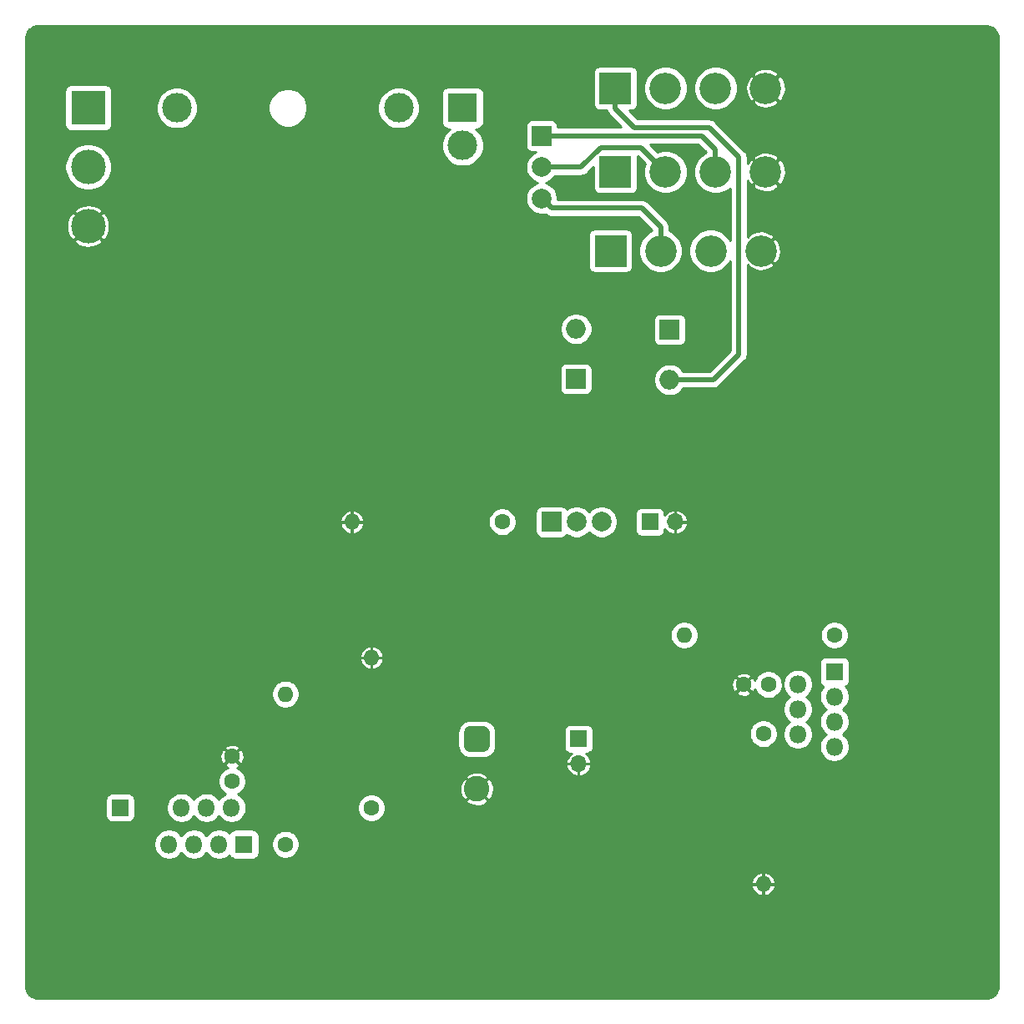
<source format=gbr>
G04 #@! TF.GenerationSoftware,KiCad,Pcbnew,(5.1.5)-3*
G04 #@! TF.CreationDate,2020-11-09T22:39:24-05:00*
G04 #@! TF.ProjectId,BridgeRectifier,42726964-6765-4526-9563-746966696572,rev?*
G04 #@! TF.SameCoordinates,Original*
G04 #@! TF.FileFunction,Copper,L2,Bot*
G04 #@! TF.FilePolarity,Positive*
%FSLAX46Y46*%
G04 Gerber Fmt 4.6, Leading zero omitted, Abs format (unit mm)*
G04 Created by KiCad (PCBNEW (5.1.5)-3) date 2020-11-09 22:39:24*
%MOMM*%
%LPD*%
G04 APERTURE LIST*
%ADD10O,1.600000X1.600000*%
%ADD11C,1.600000*%
%ADD12C,2.600000*%
%ADD13C,0.100000*%
%ADD14O,1.700000X1.700000*%
%ADD15R,1.700000X1.700000*%
%ADD16O,2.000000X2.000000*%
%ADD17R,2.000000X2.000000*%
%ADD18C,3.500120*%
%ADD19R,3.500120X3.500120*%
%ADD20O,1.800000X1.800000*%
%ADD21R,1.800000X1.800000*%
%ADD22C,2.000000*%
%ADD23C,1.998980*%
%ADD24R,1.998980X1.998980*%
%ADD25C,2.999740*%
%ADD26R,2.999740X2.999740*%
%ADD27C,3.000000*%
%ADD28R,3.200000X3.200000*%
%ADD29C,3.200000*%
%ADD30C,0.500000*%
%ADD31C,0.254000*%
G04 APERTURE END LIST*
D10*
X120750000Y-114760000D03*
D11*
X120750000Y-130000000D03*
D10*
X160500000Y-137740000D03*
D11*
X160500000Y-122500000D03*
D10*
X112000000Y-118460000D03*
D11*
X112000000Y-133700000D03*
D10*
X152460000Y-112500000D03*
D11*
X167700000Y-112500000D03*
D12*
X131430000Y-128100000D03*
G04 #@! TA.AperFunction,ComponentPad*
D13*
G36*
X132143711Y-121723130D02*
G01*
X132206809Y-121732490D01*
X132268685Y-121747989D01*
X132328744Y-121769478D01*
X132386408Y-121796751D01*
X132441121Y-121829545D01*
X132492356Y-121867543D01*
X132539619Y-121910381D01*
X132582457Y-121957644D01*
X132620455Y-122008879D01*
X132653249Y-122063592D01*
X132680522Y-122121256D01*
X132702011Y-122181315D01*
X132717510Y-122243191D01*
X132726870Y-122306289D01*
X132730000Y-122370000D01*
X132730000Y-123670000D01*
X132726870Y-123733711D01*
X132717510Y-123796809D01*
X132702011Y-123858685D01*
X132680522Y-123918744D01*
X132653249Y-123976408D01*
X132620455Y-124031121D01*
X132582457Y-124082356D01*
X132539619Y-124129619D01*
X132492356Y-124172457D01*
X132441121Y-124210455D01*
X132386408Y-124243249D01*
X132328744Y-124270522D01*
X132268685Y-124292011D01*
X132206809Y-124307510D01*
X132143711Y-124316870D01*
X132080000Y-124320000D01*
X130780000Y-124320000D01*
X130716289Y-124316870D01*
X130653191Y-124307510D01*
X130591315Y-124292011D01*
X130531256Y-124270522D01*
X130473592Y-124243249D01*
X130418879Y-124210455D01*
X130367644Y-124172457D01*
X130320381Y-124129619D01*
X130277543Y-124082356D01*
X130239545Y-124031121D01*
X130206751Y-123976408D01*
X130179478Y-123918744D01*
X130157989Y-123858685D01*
X130142490Y-123796809D01*
X130133130Y-123733711D01*
X130130000Y-123670000D01*
X130130000Y-122370000D01*
X130133130Y-122306289D01*
X130142490Y-122243191D01*
X130157989Y-122181315D01*
X130179478Y-122121256D01*
X130206751Y-122063592D01*
X130239545Y-122008879D01*
X130277543Y-121957644D01*
X130320381Y-121910381D01*
X130367644Y-121867543D01*
X130418879Y-121829545D01*
X130473592Y-121796751D01*
X130531256Y-121769478D01*
X130591315Y-121747989D01*
X130653191Y-121732490D01*
X130716289Y-121723130D01*
X130780000Y-121720000D01*
X132080000Y-121720000D01*
X132143711Y-121723130D01*
G37*
G04 #@! TD.AperFunction*
D14*
X141750000Y-125540000D03*
D15*
X141750000Y-123000000D03*
D16*
X141500000Y-81420000D03*
D17*
X141500000Y-86500000D03*
D16*
X151000000Y-86580000D03*
D17*
X151000000Y-81500000D03*
D18*
X92000000Y-71000000D03*
X92000000Y-65000000D03*
D19*
X92000000Y-59000000D03*
D20*
X167700000Y-123810000D03*
X164000000Y-122540000D03*
X167700000Y-121270000D03*
X164000000Y-120000000D03*
X167700000Y-118730000D03*
X164000000Y-117460000D03*
D21*
X167700000Y-116190000D03*
D20*
X100190000Y-133700000D03*
X101460000Y-130000000D03*
X102730000Y-133700000D03*
X104000000Y-130000000D03*
X105270000Y-133700000D03*
X106540000Y-130000000D03*
D21*
X107810000Y-133700000D03*
D22*
X144080000Y-101000000D03*
X141540000Y-101000000D03*
D17*
X139000000Y-101000000D03*
D10*
X118760000Y-101000000D03*
D11*
X134000000Y-101000000D03*
D23*
X138000000Y-68175000D03*
X138000000Y-65000000D03*
D24*
X138000000Y-61825000D03*
D14*
X151540000Y-101000000D03*
D15*
X149000000Y-101000000D03*
X95250000Y-130000000D03*
D25*
X130000000Y-62810000D03*
D26*
X130000000Y-59000000D03*
D27*
X101000000Y-59000000D03*
X123500000Y-59000000D03*
D28*
X145000000Y-73500000D03*
D29*
X150080000Y-73500000D03*
X155160000Y-73500000D03*
X160240000Y-73500000D03*
D28*
X145500000Y-65500000D03*
D29*
X150580000Y-65500000D03*
X155660000Y-65500000D03*
X160740000Y-65500000D03*
D28*
X145500000Y-57000000D03*
D29*
X150580000Y-57000000D03*
X155660000Y-57000000D03*
X160740000Y-57000000D03*
D11*
X158500000Y-117500000D03*
X161000000Y-117500000D03*
X106600000Y-124800000D03*
X106600000Y-127300000D03*
D30*
X145500000Y-59100000D02*
X147400000Y-61000000D01*
X145500000Y-57000000D02*
X145500000Y-59100000D01*
X147400000Y-61000000D02*
X155000000Y-61000000D01*
X155000000Y-61000000D02*
X158000000Y-64000000D01*
X158000000Y-64000000D02*
X158000000Y-84000000D01*
X155420000Y-86580000D02*
X151000000Y-86580000D01*
X158000000Y-84000000D02*
X155420000Y-86580000D01*
X138999489Y-69174489D02*
X148174489Y-69174489D01*
X138000000Y-68175000D02*
X138999489Y-69174489D01*
X150080000Y-71080000D02*
X150080000Y-73500000D01*
X148174489Y-69174489D02*
X150080000Y-71080000D01*
X150580000Y-65500000D02*
X148080000Y-63000000D01*
X148080000Y-63000000D02*
X144000000Y-63000000D01*
X142000000Y-65000000D02*
X138000000Y-65000000D01*
X144000000Y-63000000D02*
X142000000Y-65000000D01*
X139499490Y-61825000D02*
X138000000Y-61825000D01*
X154247741Y-61825000D02*
X139499490Y-61825000D01*
X155660000Y-65500000D02*
X155660000Y-63237259D01*
X155660000Y-63237259D02*
X154247741Y-61825000D01*
D31*
G36*
X183259659Y-50688625D02*
G01*
X183509429Y-50764035D01*
X183739792Y-50886522D01*
X183941980Y-51051422D01*
X184108286Y-51252450D01*
X184232378Y-51481954D01*
X184309531Y-51731195D01*
X184340000Y-52021088D01*
X184340001Y-147967711D01*
X184311375Y-148259660D01*
X184235965Y-148509429D01*
X184113477Y-148739794D01*
X183948579Y-148941979D01*
X183747546Y-149108288D01*
X183518046Y-149232378D01*
X183268805Y-149309531D01*
X182978911Y-149340000D01*
X87032279Y-149340000D01*
X86740340Y-149311375D01*
X86490571Y-149235965D01*
X86260206Y-149113477D01*
X86058021Y-148948579D01*
X85891712Y-148747546D01*
X85767622Y-148518046D01*
X85690469Y-148268805D01*
X85660000Y-147978911D01*
X85660000Y-137954628D01*
X159291917Y-137954628D01*
X159357002Y-138186189D01*
X159466012Y-138400603D01*
X159614757Y-138589631D01*
X159797521Y-138746008D01*
X160007281Y-138863725D01*
X160235976Y-138938258D01*
X160285372Y-138948082D01*
X160477000Y-138860014D01*
X160477000Y-137763000D01*
X160523000Y-137763000D01*
X160523000Y-138860014D01*
X160714628Y-138948082D01*
X160764024Y-138938258D01*
X160992719Y-138863725D01*
X161202479Y-138746008D01*
X161385243Y-138589631D01*
X161533988Y-138400603D01*
X161642998Y-138186189D01*
X161708083Y-137954628D01*
X161620035Y-137763000D01*
X160523000Y-137763000D01*
X160477000Y-137763000D01*
X159379965Y-137763000D01*
X159291917Y-137954628D01*
X85660000Y-137954628D01*
X85660000Y-137525372D01*
X159291917Y-137525372D01*
X159379965Y-137717000D01*
X160477000Y-137717000D01*
X160477000Y-136619986D01*
X160523000Y-136619986D01*
X160523000Y-137717000D01*
X161620035Y-137717000D01*
X161708083Y-137525372D01*
X161642998Y-137293811D01*
X161533988Y-137079397D01*
X161385243Y-136890369D01*
X161202479Y-136733992D01*
X160992719Y-136616275D01*
X160764024Y-136541742D01*
X160714628Y-136531918D01*
X160523000Y-136619986D01*
X160477000Y-136619986D01*
X160285372Y-136531918D01*
X160235976Y-136541742D01*
X160007281Y-136616275D01*
X159797521Y-136733992D01*
X159614757Y-136890369D01*
X159466012Y-137079397D01*
X159357002Y-137293811D01*
X159291917Y-137525372D01*
X85660000Y-137525372D01*
X85660000Y-133548816D01*
X98655000Y-133548816D01*
X98655000Y-133851184D01*
X98713989Y-134147743D01*
X98829701Y-134427095D01*
X98997688Y-134678505D01*
X99211495Y-134892312D01*
X99462905Y-135060299D01*
X99742257Y-135176011D01*
X100038816Y-135235000D01*
X100341184Y-135235000D01*
X100637743Y-135176011D01*
X100917095Y-135060299D01*
X101168505Y-134892312D01*
X101382312Y-134678505D01*
X101460000Y-134562237D01*
X101537688Y-134678505D01*
X101751495Y-134892312D01*
X102002905Y-135060299D01*
X102282257Y-135176011D01*
X102578816Y-135235000D01*
X102881184Y-135235000D01*
X103177743Y-135176011D01*
X103457095Y-135060299D01*
X103708505Y-134892312D01*
X103922312Y-134678505D01*
X104000000Y-134562237D01*
X104077688Y-134678505D01*
X104291495Y-134892312D01*
X104542905Y-135060299D01*
X104822257Y-135176011D01*
X105118816Y-135235000D01*
X105421184Y-135235000D01*
X105717743Y-135176011D01*
X105997095Y-135060299D01*
X106248505Y-134892312D01*
X106314944Y-134825873D01*
X106320498Y-134844180D01*
X106379463Y-134954494D01*
X106458815Y-135051185D01*
X106555506Y-135130537D01*
X106665820Y-135189502D01*
X106785518Y-135225812D01*
X106910000Y-135238072D01*
X108710000Y-135238072D01*
X108834482Y-135225812D01*
X108954180Y-135189502D01*
X109064494Y-135130537D01*
X109161185Y-135051185D01*
X109240537Y-134954494D01*
X109299502Y-134844180D01*
X109335812Y-134724482D01*
X109348072Y-134600000D01*
X109348072Y-133558665D01*
X110565000Y-133558665D01*
X110565000Y-133841335D01*
X110620147Y-134118574D01*
X110728320Y-134379727D01*
X110885363Y-134614759D01*
X111085241Y-134814637D01*
X111320273Y-134971680D01*
X111581426Y-135079853D01*
X111858665Y-135135000D01*
X112141335Y-135135000D01*
X112418574Y-135079853D01*
X112679727Y-134971680D01*
X112914759Y-134814637D01*
X113114637Y-134614759D01*
X113271680Y-134379727D01*
X113379853Y-134118574D01*
X113435000Y-133841335D01*
X113435000Y-133558665D01*
X113379853Y-133281426D01*
X113271680Y-133020273D01*
X113114637Y-132785241D01*
X112914759Y-132585363D01*
X112679727Y-132428320D01*
X112418574Y-132320147D01*
X112141335Y-132265000D01*
X111858665Y-132265000D01*
X111581426Y-132320147D01*
X111320273Y-132428320D01*
X111085241Y-132585363D01*
X110885363Y-132785241D01*
X110728320Y-133020273D01*
X110620147Y-133281426D01*
X110565000Y-133558665D01*
X109348072Y-133558665D01*
X109348072Y-132800000D01*
X109335812Y-132675518D01*
X109299502Y-132555820D01*
X109240537Y-132445506D01*
X109161185Y-132348815D01*
X109064494Y-132269463D01*
X108954180Y-132210498D01*
X108834482Y-132174188D01*
X108710000Y-132161928D01*
X106910000Y-132161928D01*
X106785518Y-132174188D01*
X106665820Y-132210498D01*
X106555506Y-132269463D01*
X106458815Y-132348815D01*
X106379463Y-132445506D01*
X106320498Y-132555820D01*
X106314944Y-132574127D01*
X106248505Y-132507688D01*
X105997095Y-132339701D01*
X105717743Y-132223989D01*
X105421184Y-132165000D01*
X105118816Y-132165000D01*
X104822257Y-132223989D01*
X104542905Y-132339701D01*
X104291495Y-132507688D01*
X104077688Y-132721495D01*
X104000000Y-132837763D01*
X103922312Y-132721495D01*
X103708505Y-132507688D01*
X103457095Y-132339701D01*
X103177743Y-132223989D01*
X102881184Y-132165000D01*
X102578816Y-132165000D01*
X102282257Y-132223989D01*
X102002905Y-132339701D01*
X101751495Y-132507688D01*
X101537688Y-132721495D01*
X101460000Y-132837763D01*
X101382312Y-132721495D01*
X101168505Y-132507688D01*
X100917095Y-132339701D01*
X100637743Y-132223989D01*
X100341184Y-132165000D01*
X100038816Y-132165000D01*
X99742257Y-132223989D01*
X99462905Y-132339701D01*
X99211495Y-132507688D01*
X98997688Y-132721495D01*
X98829701Y-132972905D01*
X98713989Y-133252257D01*
X98655000Y-133548816D01*
X85660000Y-133548816D01*
X85660000Y-129150000D01*
X93761928Y-129150000D01*
X93761928Y-130850000D01*
X93774188Y-130974482D01*
X93810498Y-131094180D01*
X93869463Y-131204494D01*
X93948815Y-131301185D01*
X94045506Y-131380537D01*
X94155820Y-131439502D01*
X94275518Y-131475812D01*
X94400000Y-131488072D01*
X96100000Y-131488072D01*
X96224482Y-131475812D01*
X96344180Y-131439502D01*
X96454494Y-131380537D01*
X96551185Y-131301185D01*
X96630537Y-131204494D01*
X96689502Y-131094180D01*
X96725812Y-130974482D01*
X96738072Y-130850000D01*
X96738072Y-129848816D01*
X99925000Y-129848816D01*
X99925000Y-130151184D01*
X99983989Y-130447743D01*
X100099701Y-130727095D01*
X100267688Y-130978505D01*
X100481495Y-131192312D01*
X100732905Y-131360299D01*
X101012257Y-131476011D01*
X101308816Y-131535000D01*
X101611184Y-131535000D01*
X101907743Y-131476011D01*
X102187095Y-131360299D01*
X102438505Y-131192312D01*
X102652312Y-130978505D01*
X102730000Y-130862237D01*
X102807688Y-130978505D01*
X103021495Y-131192312D01*
X103272905Y-131360299D01*
X103552257Y-131476011D01*
X103848816Y-131535000D01*
X104151184Y-131535000D01*
X104447743Y-131476011D01*
X104727095Y-131360299D01*
X104978505Y-131192312D01*
X105192312Y-130978505D01*
X105270000Y-130862237D01*
X105347688Y-130978505D01*
X105561495Y-131192312D01*
X105812905Y-131360299D01*
X106092257Y-131476011D01*
X106388816Y-131535000D01*
X106691184Y-131535000D01*
X106987743Y-131476011D01*
X107267095Y-131360299D01*
X107518505Y-131192312D01*
X107732312Y-130978505D01*
X107900299Y-130727095D01*
X108016011Y-130447743D01*
X108075000Y-130151184D01*
X108075000Y-129858665D01*
X119315000Y-129858665D01*
X119315000Y-130141335D01*
X119370147Y-130418574D01*
X119478320Y-130679727D01*
X119635363Y-130914759D01*
X119835241Y-131114637D01*
X120070273Y-131271680D01*
X120331426Y-131379853D01*
X120608665Y-131435000D01*
X120891335Y-131435000D01*
X121168574Y-131379853D01*
X121429727Y-131271680D01*
X121664759Y-131114637D01*
X121864637Y-130914759D01*
X122021680Y-130679727D01*
X122129853Y-130418574D01*
X122185000Y-130141335D01*
X122185000Y-129858665D01*
X122129853Y-129581426D01*
X122021680Y-129320273D01*
X121986584Y-129267747D01*
X130294780Y-129267747D01*
X130428680Y-129517329D01*
X130724428Y-129685444D01*
X131047290Y-129792630D01*
X131384859Y-129834770D01*
X131724163Y-129810243D01*
X132052162Y-129719993D01*
X132356253Y-129567488D01*
X132431320Y-129517329D01*
X132565220Y-129267747D01*
X131430000Y-128132527D01*
X130294780Y-129267747D01*
X121986584Y-129267747D01*
X121864637Y-129085241D01*
X121664759Y-128885363D01*
X121429727Y-128728320D01*
X121168574Y-128620147D01*
X120891335Y-128565000D01*
X120608665Y-128565000D01*
X120331426Y-128620147D01*
X120070273Y-128728320D01*
X119835241Y-128885363D01*
X119635363Y-129085241D01*
X119478320Y-129320273D01*
X119370147Y-129581426D01*
X119315000Y-129858665D01*
X108075000Y-129858665D01*
X108075000Y-129848816D01*
X108016011Y-129552257D01*
X107900299Y-129272905D01*
X107732312Y-129021495D01*
X107518505Y-128807688D01*
X107267095Y-128639701D01*
X107191303Y-128608307D01*
X107279727Y-128571680D01*
X107514759Y-128414637D01*
X107714637Y-128214759D01*
X107821478Y-128054859D01*
X129695230Y-128054859D01*
X129719757Y-128394163D01*
X129810007Y-128722162D01*
X129962512Y-129026253D01*
X130012671Y-129101320D01*
X130262253Y-129235220D01*
X131397473Y-128100000D01*
X131462527Y-128100000D01*
X132597747Y-129235220D01*
X132847329Y-129101320D01*
X133015444Y-128805572D01*
X133122630Y-128482710D01*
X133164770Y-128145141D01*
X133140243Y-127805837D01*
X133049993Y-127477838D01*
X132897488Y-127173747D01*
X132847329Y-127098680D01*
X132597747Y-126964780D01*
X131462527Y-128100000D01*
X131397473Y-128100000D01*
X130262253Y-126964780D01*
X130012671Y-127098680D01*
X129844556Y-127394428D01*
X129737370Y-127717290D01*
X129695230Y-128054859D01*
X107821478Y-128054859D01*
X107871680Y-127979727D01*
X107979853Y-127718574D01*
X108035000Y-127441335D01*
X108035000Y-127158665D01*
X107989964Y-126932253D01*
X130294780Y-126932253D01*
X131430000Y-128067473D01*
X132565220Y-126932253D01*
X132431320Y-126682671D01*
X132135572Y-126514556D01*
X131812710Y-126407370D01*
X131475141Y-126365230D01*
X131135837Y-126389757D01*
X130807838Y-126480007D01*
X130503747Y-126632512D01*
X130428680Y-126682671D01*
X130294780Y-126932253D01*
X107989964Y-126932253D01*
X107979853Y-126881426D01*
X107871680Y-126620273D01*
X107714637Y-126385241D01*
X107514759Y-126185363D01*
X107279727Y-126028320D01*
X107065731Y-125939680D01*
X107263707Y-125839050D01*
X107305968Y-125810812D01*
X107323992Y-125762451D01*
X140492524Y-125762451D01*
X140503114Y-125815698D01*
X140580859Y-126053656D01*
X140703533Y-126271874D01*
X140866422Y-126461967D01*
X141063267Y-126616629D01*
X141286502Y-126729917D01*
X141527549Y-126797477D01*
X141727000Y-126710044D01*
X141727000Y-125563000D01*
X141773000Y-125563000D01*
X141773000Y-126710044D01*
X141972451Y-126797477D01*
X142213498Y-126729917D01*
X142436733Y-126616629D01*
X142633578Y-126461967D01*
X142796467Y-126271874D01*
X142919141Y-126053656D01*
X142996886Y-125815698D01*
X143007476Y-125762451D01*
X142920024Y-125563000D01*
X141773000Y-125563000D01*
X141727000Y-125563000D01*
X140579976Y-125563000D01*
X140492524Y-125762451D01*
X107323992Y-125762451D01*
X107379905Y-125612432D01*
X106600000Y-124832527D01*
X105820095Y-125612432D01*
X105894032Y-125810812D01*
X106104796Y-125929117D01*
X106135559Y-125939146D01*
X105920273Y-126028320D01*
X105685241Y-126185363D01*
X105485363Y-126385241D01*
X105328320Y-126620273D01*
X105220147Y-126881426D01*
X105165000Y-127158665D01*
X105165000Y-127441335D01*
X105220147Y-127718574D01*
X105328320Y-127979727D01*
X105485363Y-128214759D01*
X105685241Y-128414637D01*
X105920273Y-128571680D01*
X105948697Y-128583454D01*
X105812905Y-128639701D01*
X105561495Y-128807688D01*
X105347688Y-129021495D01*
X105270000Y-129137763D01*
X105192312Y-129021495D01*
X104978505Y-128807688D01*
X104727095Y-128639701D01*
X104447743Y-128523989D01*
X104151184Y-128465000D01*
X103848816Y-128465000D01*
X103552257Y-128523989D01*
X103272905Y-128639701D01*
X103021495Y-128807688D01*
X102807688Y-129021495D01*
X102730000Y-129137763D01*
X102652312Y-129021495D01*
X102438505Y-128807688D01*
X102187095Y-128639701D01*
X101907743Y-128523989D01*
X101611184Y-128465000D01*
X101308816Y-128465000D01*
X101012257Y-128523989D01*
X100732905Y-128639701D01*
X100481495Y-128807688D01*
X100267688Y-129021495D01*
X100099701Y-129272905D01*
X99983989Y-129552257D01*
X99925000Y-129848816D01*
X96738072Y-129848816D01*
X96738072Y-129150000D01*
X96725812Y-129025518D01*
X96689502Y-128905820D01*
X96630537Y-128795506D01*
X96551185Y-128698815D01*
X96454494Y-128619463D01*
X96344180Y-128560498D01*
X96224482Y-128524188D01*
X96100000Y-128511928D01*
X94400000Y-128511928D01*
X94275518Y-128524188D01*
X94155820Y-128560498D01*
X94045506Y-128619463D01*
X93948815Y-128698815D01*
X93869463Y-128795506D01*
X93810498Y-128905820D01*
X93774188Y-129025518D01*
X93761928Y-129150000D01*
X85660000Y-129150000D01*
X85660000Y-124774586D01*
X105367325Y-124774586D01*
X105386053Y-125015557D01*
X105451432Y-125248245D01*
X105560950Y-125463707D01*
X105589188Y-125505968D01*
X105787568Y-125579905D01*
X106567473Y-124800000D01*
X106632527Y-124800000D01*
X107412432Y-125579905D01*
X107610812Y-125505968D01*
X107729117Y-125295204D01*
X107804031Y-125065409D01*
X107832675Y-124825414D01*
X107813947Y-124584443D01*
X107748568Y-124351755D01*
X107639050Y-124136293D01*
X107610812Y-124094032D01*
X107412432Y-124020095D01*
X106632527Y-124800000D01*
X106567473Y-124800000D01*
X105787568Y-124020095D01*
X105589188Y-124094032D01*
X105470883Y-124304796D01*
X105395969Y-124534591D01*
X105367325Y-124774586D01*
X85660000Y-124774586D01*
X85660000Y-123987568D01*
X105820095Y-123987568D01*
X106600000Y-124767473D01*
X107379905Y-123987568D01*
X107305968Y-123789188D01*
X107095204Y-123670883D01*
X106865409Y-123595969D01*
X106625414Y-123567325D01*
X106384443Y-123586053D01*
X106151755Y-123651432D01*
X105936293Y-123760950D01*
X105894032Y-123789188D01*
X105820095Y-123987568D01*
X85660000Y-123987568D01*
X85660000Y-122370000D01*
X129491928Y-122370000D01*
X129491928Y-123670000D01*
X129516678Y-123921290D01*
X129589977Y-124162924D01*
X129709007Y-124385614D01*
X129869196Y-124580804D01*
X130064386Y-124740993D01*
X130287076Y-124860023D01*
X130528710Y-124933322D01*
X130780000Y-124958072D01*
X132080000Y-124958072D01*
X132331290Y-124933322D01*
X132572924Y-124860023D01*
X132795614Y-124740993D01*
X132990804Y-124580804D01*
X133150993Y-124385614D01*
X133270023Y-124162924D01*
X133343322Y-123921290D01*
X133368072Y-123670000D01*
X133368072Y-122370000D01*
X133346404Y-122150000D01*
X140261928Y-122150000D01*
X140261928Y-123850000D01*
X140274188Y-123974482D01*
X140310498Y-124094180D01*
X140369463Y-124204494D01*
X140448815Y-124301185D01*
X140545506Y-124380537D01*
X140655820Y-124439502D01*
X140775518Y-124475812D01*
X140900000Y-124488072D01*
X141031829Y-124488072D01*
X140866422Y-124618033D01*
X140703533Y-124808126D01*
X140580859Y-125026344D01*
X140503114Y-125264302D01*
X140492524Y-125317549D01*
X140579976Y-125517000D01*
X141727000Y-125517000D01*
X141727000Y-125497000D01*
X141773000Y-125497000D01*
X141773000Y-125517000D01*
X142920024Y-125517000D01*
X143007476Y-125317549D01*
X142996886Y-125264302D01*
X142919141Y-125026344D01*
X142796467Y-124808126D01*
X142633578Y-124618033D01*
X142468171Y-124488072D01*
X142600000Y-124488072D01*
X142724482Y-124475812D01*
X142844180Y-124439502D01*
X142954494Y-124380537D01*
X143051185Y-124301185D01*
X143130537Y-124204494D01*
X143189502Y-124094180D01*
X143225812Y-123974482D01*
X143238072Y-123850000D01*
X143238072Y-122358665D01*
X159065000Y-122358665D01*
X159065000Y-122641335D01*
X159120147Y-122918574D01*
X159228320Y-123179727D01*
X159385363Y-123414759D01*
X159585241Y-123614637D01*
X159820273Y-123771680D01*
X160081426Y-123879853D01*
X160358665Y-123935000D01*
X160641335Y-123935000D01*
X160918574Y-123879853D01*
X161179727Y-123771680D01*
X161414759Y-123614637D01*
X161614637Y-123414759D01*
X161771680Y-123179727D01*
X161879853Y-122918574D01*
X161935000Y-122641335D01*
X161935000Y-122358665D01*
X161879853Y-122081426D01*
X161771680Y-121820273D01*
X161614637Y-121585241D01*
X161414759Y-121385363D01*
X161179727Y-121228320D01*
X160918574Y-121120147D01*
X160641335Y-121065000D01*
X160358665Y-121065000D01*
X160081426Y-121120147D01*
X159820273Y-121228320D01*
X159585241Y-121385363D01*
X159385363Y-121585241D01*
X159228320Y-121820273D01*
X159120147Y-122081426D01*
X159065000Y-122358665D01*
X143238072Y-122358665D01*
X143238072Y-122150000D01*
X143225812Y-122025518D01*
X143189502Y-121905820D01*
X143130537Y-121795506D01*
X143051185Y-121698815D01*
X142954494Y-121619463D01*
X142844180Y-121560498D01*
X142724482Y-121524188D01*
X142600000Y-121511928D01*
X140900000Y-121511928D01*
X140775518Y-121524188D01*
X140655820Y-121560498D01*
X140545506Y-121619463D01*
X140448815Y-121698815D01*
X140369463Y-121795506D01*
X140310498Y-121905820D01*
X140274188Y-122025518D01*
X140261928Y-122150000D01*
X133346404Y-122150000D01*
X133343322Y-122118710D01*
X133270023Y-121877076D01*
X133150993Y-121654386D01*
X132990804Y-121459196D01*
X132795614Y-121299007D01*
X132572924Y-121179977D01*
X132331290Y-121106678D01*
X132080000Y-121081928D01*
X130780000Y-121081928D01*
X130528710Y-121106678D01*
X130287076Y-121179977D01*
X130064386Y-121299007D01*
X129869196Y-121459196D01*
X129709007Y-121654386D01*
X129589977Y-121877076D01*
X129516678Y-122118710D01*
X129491928Y-122370000D01*
X85660000Y-122370000D01*
X85660000Y-118318665D01*
X110565000Y-118318665D01*
X110565000Y-118601335D01*
X110620147Y-118878574D01*
X110728320Y-119139727D01*
X110885363Y-119374759D01*
X111085241Y-119574637D01*
X111320273Y-119731680D01*
X111581426Y-119839853D01*
X111858665Y-119895000D01*
X112141335Y-119895000D01*
X112418574Y-119839853D01*
X112679727Y-119731680D01*
X112914759Y-119574637D01*
X113114637Y-119374759D01*
X113271680Y-119139727D01*
X113379853Y-118878574D01*
X113435000Y-118601335D01*
X113435000Y-118318665D01*
X113433761Y-118312432D01*
X157720095Y-118312432D01*
X157794032Y-118510812D01*
X158004796Y-118629117D01*
X158234591Y-118704031D01*
X158474586Y-118732675D01*
X158715557Y-118713947D01*
X158948245Y-118648568D01*
X159163707Y-118539050D01*
X159205968Y-118510812D01*
X159279905Y-118312432D01*
X158500000Y-117532527D01*
X157720095Y-118312432D01*
X113433761Y-118312432D01*
X113379853Y-118041426D01*
X113271680Y-117780273D01*
X113114637Y-117545241D01*
X113043982Y-117474586D01*
X157267325Y-117474586D01*
X157286053Y-117715557D01*
X157351432Y-117948245D01*
X157460950Y-118163707D01*
X157489188Y-118205968D01*
X157687568Y-118279905D01*
X158467473Y-117500000D01*
X158532527Y-117500000D01*
X159312432Y-118279905D01*
X159510812Y-118205968D01*
X159629117Y-117995204D01*
X159639146Y-117964441D01*
X159728320Y-118179727D01*
X159885363Y-118414759D01*
X160085241Y-118614637D01*
X160320273Y-118771680D01*
X160581426Y-118879853D01*
X160858665Y-118935000D01*
X161141335Y-118935000D01*
X161418574Y-118879853D01*
X161679727Y-118771680D01*
X161914759Y-118614637D01*
X162114637Y-118414759D01*
X162271680Y-118179727D01*
X162379853Y-117918574D01*
X162435000Y-117641335D01*
X162435000Y-117358665D01*
X162425085Y-117308816D01*
X162465000Y-117308816D01*
X162465000Y-117611184D01*
X162523989Y-117907743D01*
X162639701Y-118187095D01*
X162807688Y-118438505D01*
X163021495Y-118652312D01*
X163137763Y-118730000D01*
X163021495Y-118807688D01*
X162807688Y-119021495D01*
X162639701Y-119272905D01*
X162523989Y-119552257D01*
X162465000Y-119848816D01*
X162465000Y-120151184D01*
X162523989Y-120447743D01*
X162639701Y-120727095D01*
X162807688Y-120978505D01*
X163021495Y-121192312D01*
X163137763Y-121270000D01*
X163021495Y-121347688D01*
X162807688Y-121561495D01*
X162639701Y-121812905D01*
X162523989Y-122092257D01*
X162465000Y-122388816D01*
X162465000Y-122691184D01*
X162523989Y-122987743D01*
X162639701Y-123267095D01*
X162807688Y-123518505D01*
X163021495Y-123732312D01*
X163272905Y-123900299D01*
X163552257Y-124016011D01*
X163848816Y-124075000D01*
X164151184Y-124075000D01*
X164447743Y-124016011D01*
X164727095Y-123900299D01*
X164978505Y-123732312D01*
X165192312Y-123518505D01*
X165360299Y-123267095D01*
X165476011Y-122987743D01*
X165535000Y-122691184D01*
X165535000Y-122388816D01*
X165476011Y-122092257D01*
X165360299Y-121812905D01*
X165192312Y-121561495D01*
X164978505Y-121347688D01*
X164862237Y-121270000D01*
X164978505Y-121192312D01*
X165192312Y-120978505D01*
X165360299Y-120727095D01*
X165476011Y-120447743D01*
X165535000Y-120151184D01*
X165535000Y-119848816D01*
X165476011Y-119552257D01*
X165360299Y-119272905D01*
X165192312Y-119021495D01*
X164978505Y-118807688D01*
X164862237Y-118730000D01*
X164978505Y-118652312D01*
X165192312Y-118438505D01*
X165360299Y-118187095D01*
X165476011Y-117907743D01*
X165535000Y-117611184D01*
X165535000Y-117308816D01*
X165476011Y-117012257D01*
X165360299Y-116732905D01*
X165192312Y-116481495D01*
X164978505Y-116267688D01*
X164727095Y-116099701D01*
X164447743Y-115983989D01*
X164151184Y-115925000D01*
X163848816Y-115925000D01*
X163552257Y-115983989D01*
X163272905Y-116099701D01*
X163021495Y-116267688D01*
X162807688Y-116481495D01*
X162639701Y-116732905D01*
X162523989Y-117012257D01*
X162465000Y-117308816D01*
X162425085Y-117308816D01*
X162379853Y-117081426D01*
X162271680Y-116820273D01*
X162114637Y-116585241D01*
X161914759Y-116385363D01*
X161679727Y-116228320D01*
X161418574Y-116120147D01*
X161141335Y-116065000D01*
X160858665Y-116065000D01*
X160581426Y-116120147D01*
X160320273Y-116228320D01*
X160085241Y-116385363D01*
X159885363Y-116585241D01*
X159728320Y-116820273D01*
X159639680Y-117034269D01*
X159539050Y-116836293D01*
X159510812Y-116794032D01*
X159312432Y-116720095D01*
X158532527Y-117500000D01*
X158467473Y-117500000D01*
X157687568Y-116720095D01*
X157489188Y-116794032D01*
X157370883Y-117004796D01*
X157295969Y-117234591D01*
X157267325Y-117474586D01*
X113043982Y-117474586D01*
X112914759Y-117345363D01*
X112679727Y-117188320D01*
X112418574Y-117080147D01*
X112141335Y-117025000D01*
X111858665Y-117025000D01*
X111581426Y-117080147D01*
X111320273Y-117188320D01*
X111085241Y-117345363D01*
X110885363Y-117545241D01*
X110728320Y-117780273D01*
X110620147Y-118041426D01*
X110565000Y-118318665D01*
X85660000Y-118318665D01*
X85660000Y-116687568D01*
X157720095Y-116687568D01*
X158500000Y-117467473D01*
X159279905Y-116687568D01*
X159205968Y-116489188D01*
X158995204Y-116370883D01*
X158765409Y-116295969D01*
X158525414Y-116267325D01*
X158284443Y-116286053D01*
X158051755Y-116351432D01*
X157836293Y-116460950D01*
X157794032Y-116489188D01*
X157720095Y-116687568D01*
X85660000Y-116687568D01*
X85660000Y-114974628D01*
X119541917Y-114974628D01*
X119607002Y-115206189D01*
X119716012Y-115420603D01*
X119864757Y-115609631D01*
X120047521Y-115766008D01*
X120257281Y-115883725D01*
X120485976Y-115958258D01*
X120535372Y-115968082D01*
X120727000Y-115880014D01*
X120727000Y-114783000D01*
X120773000Y-114783000D01*
X120773000Y-115880014D01*
X120964628Y-115968082D01*
X121014024Y-115958258D01*
X121242719Y-115883725D01*
X121452479Y-115766008D01*
X121635243Y-115609631D01*
X121783988Y-115420603D01*
X121850387Y-115290000D01*
X166161928Y-115290000D01*
X166161928Y-117090000D01*
X166174188Y-117214482D01*
X166210498Y-117334180D01*
X166269463Y-117444494D01*
X166348815Y-117541185D01*
X166445506Y-117620537D01*
X166555820Y-117679502D01*
X166574127Y-117685056D01*
X166507688Y-117751495D01*
X166339701Y-118002905D01*
X166223989Y-118282257D01*
X166165000Y-118578816D01*
X166165000Y-118881184D01*
X166223989Y-119177743D01*
X166339701Y-119457095D01*
X166507688Y-119708505D01*
X166721495Y-119922312D01*
X166837763Y-120000000D01*
X166721495Y-120077688D01*
X166507688Y-120291495D01*
X166339701Y-120542905D01*
X166223989Y-120822257D01*
X166165000Y-121118816D01*
X166165000Y-121421184D01*
X166223989Y-121717743D01*
X166339701Y-121997095D01*
X166507688Y-122248505D01*
X166721495Y-122462312D01*
X166837763Y-122540000D01*
X166721495Y-122617688D01*
X166507688Y-122831495D01*
X166339701Y-123082905D01*
X166223989Y-123362257D01*
X166165000Y-123658816D01*
X166165000Y-123961184D01*
X166223989Y-124257743D01*
X166339701Y-124537095D01*
X166507688Y-124788505D01*
X166721495Y-125002312D01*
X166972905Y-125170299D01*
X167252257Y-125286011D01*
X167548816Y-125345000D01*
X167851184Y-125345000D01*
X168147743Y-125286011D01*
X168427095Y-125170299D01*
X168678505Y-125002312D01*
X168892312Y-124788505D01*
X169060299Y-124537095D01*
X169176011Y-124257743D01*
X169235000Y-123961184D01*
X169235000Y-123658816D01*
X169176011Y-123362257D01*
X169060299Y-123082905D01*
X168892312Y-122831495D01*
X168678505Y-122617688D01*
X168562237Y-122540000D01*
X168678505Y-122462312D01*
X168892312Y-122248505D01*
X169060299Y-121997095D01*
X169176011Y-121717743D01*
X169235000Y-121421184D01*
X169235000Y-121118816D01*
X169176011Y-120822257D01*
X169060299Y-120542905D01*
X168892312Y-120291495D01*
X168678505Y-120077688D01*
X168562237Y-120000000D01*
X168678505Y-119922312D01*
X168892312Y-119708505D01*
X169060299Y-119457095D01*
X169176011Y-119177743D01*
X169235000Y-118881184D01*
X169235000Y-118578816D01*
X169176011Y-118282257D01*
X169060299Y-118002905D01*
X168892312Y-117751495D01*
X168825873Y-117685056D01*
X168844180Y-117679502D01*
X168954494Y-117620537D01*
X169051185Y-117541185D01*
X169130537Y-117444494D01*
X169189502Y-117334180D01*
X169225812Y-117214482D01*
X169238072Y-117090000D01*
X169238072Y-115290000D01*
X169225812Y-115165518D01*
X169189502Y-115045820D01*
X169130537Y-114935506D01*
X169051185Y-114838815D01*
X168954494Y-114759463D01*
X168844180Y-114700498D01*
X168724482Y-114664188D01*
X168600000Y-114651928D01*
X166800000Y-114651928D01*
X166675518Y-114664188D01*
X166555820Y-114700498D01*
X166445506Y-114759463D01*
X166348815Y-114838815D01*
X166269463Y-114935506D01*
X166210498Y-115045820D01*
X166174188Y-115165518D01*
X166161928Y-115290000D01*
X121850387Y-115290000D01*
X121892998Y-115206189D01*
X121958083Y-114974628D01*
X121870035Y-114783000D01*
X120773000Y-114783000D01*
X120727000Y-114783000D01*
X119629965Y-114783000D01*
X119541917Y-114974628D01*
X85660000Y-114974628D01*
X85660000Y-114545372D01*
X119541917Y-114545372D01*
X119629965Y-114737000D01*
X120727000Y-114737000D01*
X120727000Y-113639986D01*
X120773000Y-113639986D01*
X120773000Y-114737000D01*
X121870035Y-114737000D01*
X121958083Y-114545372D01*
X121892998Y-114313811D01*
X121783988Y-114099397D01*
X121635243Y-113910369D01*
X121452479Y-113753992D01*
X121242719Y-113636275D01*
X121014024Y-113561742D01*
X120964628Y-113551918D01*
X120773000Y-113639986D01*
X120727000Y-113639986D01*
X120535372Y-113551918D01*
X120485976Y-113561742D01*
X120257281Y-113636275D01*
X120047521Y-113753992D01*
X119864757Y-113910369D01*
X119716012Y-114099397D01*
X119607002Y-114313811D01*
X119541917Y-114545372D01*
X85660000Y-114545372D01*
X85660000Y-112358665D01*
X151025000Y-112358665D01*
X151025000Y-112641335D01*
X151080147Y-112918574D01*
X151188320Y-113179727D01*
X151345363Y-113414759D01*
X151545241Y-113614637D01*
X151780273Y-113771680D01*
X152041426Y-113879853D01*
X152318665Y-113935000D01*
X152601335Y-113935000D01*
X152878574Y-113879853D01*
X153139727Y-113771680D01*
X153374759Y-113614637D01*
X153574637Y-113414759D01*
X153731680Y-113179727D01*
X153839853Y-112918574D01*
X153895000Y-112641335D01*
X153895000Y-112358665D01*
X166265000Y-112358665D01*
X166265000Y-112641335D01*
X166320147Y-112918574D01*
X166428320Y-113179727D01*
X166585363Y-113414759D01*
X166785241Y-113614637D01*
X167020273Y-113771680D01*
X167281426Y-113879853D01*
X167558665Y-113935000D01*
X167841335Y-113935000D01*
X168118574Y-113879853D01*
X168379727Y-113771680D01*
X168614759Y-113614637D01*
X168814637Y-113414759D01*
X168971680Y-113179727D01*
X169079853Y-112918574D01*
X169135000Y-112641335D01*
X169135000Y-112358665D01*
X169079853Y-112081426D01*
X168971680Y-111820273D01*
X168814637Y-111585241D01*
X168614759Y-111385363D01*
X168379727Y-111228320D01*
X168118574Y-111120147D01*
X167841335Y-111065000D01*
X167558665Y-111065000D01*
X167281426Y-111120147D01*
X167020273Y-111228320D01*
X166785241Y-111385363D01*
X166585363Y-111585241D01*
X166428320Y-111820273D01*
X166320147Y-112081426D01*
X166265000Y-112358665D01*
X153895000Y-112358665D01*
X153839853Y-112081426D01*
X153731680Y-111820273D01*
X153574637Y-111585241D01*
X153374759Y-111385363D01*
X153139727Y-111228320D01*
X152878574Y-111120147D01*
X152601335Y-111065000D01*
X152318665Y-111065000D01*
X152041426Y-111120147D01*
X151780273Y-111228320D01*
X151545241Y-111385363D01*
X151345363Y-111585241D01*
X151188320Y-111820273D01*
X151080147Y-112081426D01*
X151025000Y-112358665D01*
X85660000Y-112358665D01*
X85660000Y-101214628D01*
X117551918Y-101214628D01*
X117561742Y-101264024D01*
X117636275Y-101492719D01*
X117753992Y-101702479D01*
X117910369Y-101885243D01*
X118099397Y-102033988D01*
X118313811Y-102142998D01*
X118545372Y-102208083D01*
X118737000Y-102120035D01*
X118737000Y-101023000D01*
X118783000Y-101023000D01*
X118783000Y-102120035D01*
X118974628Y-102208083D01*
X119206189Y-102142998D01*
X119420603Y-102033988D01*
X119609631Y-101885243D01*
X119766008Y-101702479D01*
X119883725Y-101492719D01*
X119958258Y-101264024D01*
X119968082Y-101214628D01*
X119880014Y-101023000D01*
X118783000Y-101023000D01*
X118737000Y-101023000D01*
X117639986Y-101023000D01*
X117551918Y-101214628D01*
X85660000Y-101214628D01*
X85660000Y-100785372D01*
X117551918Y-100785372D01*
X117639986Y-100977000D01*
X118737000Y-100977000D01*
X118737000Y-99879965D01*
X118783000Y-99879965D01*
X118783000Y-100977000D01*
X119880014Y-100977000D01*
X119934398Y-100858665D01*
X132565000Y-100858665D01*
X132565000Y-101141335D01*
X132620147Y-101418574D01*
X132728320Y-101679727D01*
X132885363Y-101914759D01*
X133085241Y-102114637D01*
X133320273Y-102271680D01*
X133581426Y-102379853D01*
X133858665Y-102435000D01*
X134141335Y-102435000D01*
X134418574Y-102379853D01*
X134679727Y-102271680D01*
X134914759Y-102114637D01*
X135114637Y-101914759D01*
X135271680Y-101679727D01*
X135379853Y-101418574D01*
X135435000Y-101141335D01*
X135435000Y-100858665D01*
X135379853Y-100581426D01*
X135271680Y-100320273D01*
X135114637Y-100085241D01*
X135029396Y-100000000D01*
X137361928Y-100000000D01*
X137361928Y-102000000D01*
X137374188Y-102124482D01*
X137410498Y-102244180D01*
X137469463Y-102354494D01*
X137548815Y-102451185D01*
X137645506Y-102530537D01*
X137755820Y-102589502D01*
X137875518Y-102625812D01*
X138000000Y-102638072D01*
X140000000Y-102638072D01*
X140124482Y-102625812D01*
X140244180Y-102589502D01*
X140354494Y-102530537D01*
X140451185Y-102451185D01*
X140530537Y-102354494D01*
X140555191Y-102308370D01*
X140765537Y-102448918D01*
X141063088Y-102572168D01*
X141378967Y-102635000D01*
X141701033Y-102635000D01*
X142016912Y-102572168D01*
X142314463Y-102448918D01*
X142582252Y-102269987D01*
X142809987Y-102042252D01*
X142810000Y-102042233D01*
X142810013Y-102042252D01*
X143037748Y-102269987D01*
X143305537Y-102448918D01*
X143603088Y-102572168D01*
X143918967Y-102635000D01*
X144241033Y-102635000D01*
X144556912Y-102572168D01*
X144854463Y-102448918D01*
X145122252Y-102269987D01*
X145349987Y-102042252D01*
X145528918Y-101774463D01*
X145652168Y-101476912D01*
X145715000Y-101161033D01*
X145715000Y-100838967D01*
X145652168Y-100523088D01*
X145528918Y-100225537D01*
X145478446Y-100150000D01*
X147511928Y-100150000D01*
X147511928Y-101850000D01*
X147524188Y-101974482D01*
X147560498Y-102094180D01*
X147619463Y-102204494D01*
X147698815Y-102301185D01*
X147795506Y-102380537D01*
X147905820Y-102439502D01*
X148025518Y-102475812D01*
X148150000Y-102488072D01*
X149850000Y-102488072D01*
X149974482Y-102475812D01*
X150094180Y-102439502D01*
X150204494Y-102380537D01*
X150301185Y-102301185D01*
X150380537Y-102204494D01*
X150439502Y-102094180D01*
X150475812Y-101974482D01*
X150488072Y-101850000D01*
X150488072Y-101718171D01*
X150618033Y-101883578D01*
X150808126Y-102046467D01*
X151026344Y-102169141D01*
X151264302Y-102246886D01*
X151317549Y-102257476D01*
X151517000Y-102170024D01*
X151517000Y-101023000D01*
X151563000Y-101023000D01*
X151563000Y-102170024D01*
X151762451Y-102257476D01*
X151815698Y-102246886D01*
X152053656Y-102169141D01*
X152271874Y-102046467D01*
X152461967Y-101883578D01*
X152616629Y-101686733D01*
X152729917Y-101463498D01*
X152797477Y-101222451D01*
X152710044Y-101023000D01*
X151563000Y-101023000D01*
X151517000Y-101023000D01*
X151497000Y-101023000D01*
X151497000Y-100977000D01*
X151517000Y-100977000D01*
X151517000Y-99829976D01*
X151563000Y-99829976D01*
X151563000Y-100977000D01*
X152710044Y-100977000D01*
X152797477Y-100777549D01*
X152729917Y-100536502D01*
X152616629Y-100313267D01*
X152461967Y-100116422D01*
X152271874Y-99953533D01*
X152053656Y-99830859D01*
X151815698Y-99753114D01*
X151762451Y-99742524D01*
X151563000Y-99829976D01*
X151517000Y-99829976D01*
X151317549Y-99742524D01*
X151264302Y-99753114D01*
X151026344Y-99830859D01*
X150808126Y-99953533D01*
X150618033Y-100116422D01*
X150488072Y-100281829D01*
X150488072Y-100150000D01*
X150475812Y-100025518D01*
X150439502Y-99905820D01*
X150380537Y-99795506D01*
X150301185Y-99698815D01*
X150204494Y-99619463D01*
X150094180Y-99560498D01*
X149974482Y-99524188D01*
X149850000Y-99511928D01*
X148150000Y-99511928D01*
X148025518Y-99524188D01*
X147905820Y-99560498D01*
X147795506Y-99619463D01*
X147698815Y-99698815D01*
X147619463Y-99795506D01*
X147560498Y-99905820D01*
X147524188Y-100025518D01*
X147511928Y-100150000D01*
X145478446Y-100150000D01*
X145349987Y-99957748D01*
X145122252Y-99730013D01*
X144854463Y-99551082D01*
X144556912Y-99427832D01*
X144241033Y-99365000D01*
X143918967Y-99365000D01*
X143603088Y-99427832D01*
X143305537Y-99551082D01*
X143037748Y-99730013D01*
X142810013Y-99957748D01*
X142810000Y-99957767D01*
X142809987Y-99957748D01*
X142582252Y-99730013D01*
X142314463Y-99551082D01*
X142016912Y-99427832D01*
X141701033Y-99365000D01*
X141378967Y-99365000D01*
X141063088Y-99427832D01*
X140765537Y-99551082D01*
X140555191Y-99691630D01*
X140530537Y-99645506D01*
X140451185Y-99548815D01*
X140354494Y-99469463D01*
X140244180Y-99410498D01*
X140124482Y-99374188D01*
X140000000Y-99361928D01*
X138000000Y-99361928D01*
X137875518Y-99374188D01*
X137755820Y-99410498D01*
X137645506Y-99469463D01*
X137548815Y-99548815D01*
X137469463Y-99645506D01*
X137410498Y-99755820D01*
X137374188Y-99875518D01*
X137361928Y-100000000D01*
X135029396Y-100000000D01*
X134914759Y-99885363D01*
X134679727Y-99728320D01*
X134418574Y-99620147D01*
X134141335Y-99565000D01*
X133858665Y-99565000D01*
X133581426Y-99620147D01*
X133320273Y-99728320D01*
X133085241Y-99885363D01*
X132885363Y-100085241D01*
X132728320Y-100320273D01*
X132620147Y-100581426D01*
X132565000Y-100858665D01*
X119934398Y-100858665D01*
X119968082Y-100785372D01*
X119958258Y-100735976D01*
X119883725Y-100507281D01*
X119766008Y-100297521D01*
X119609631Y-100114757D01*
X119420603Y-99966012D01*
X119206189Y-99857002D01*
X118974628Y-99791917D01*
X118783000Y-99879965D01*
X118737000Y-99879965D01*
X118545372Y-99791917D01*
X118313811Y-99857002D01*
X118099397Y-99966012D01*
X117910369Y-100114757D01*
X117753992Y-100297521D01*
X117636275Y-100507281D01*
X117561742Y-100735976D01*
X117551918Y-100785372D01*
X85660000Y-100785372D01*
X85660000Y-85500000D01*
X139861928Y-85500000D01*
X139861928Y-87500000D01*
X139874188Y-87624482D01*
X139910498Y-87744180D01*
X139969463Y-87854494D01*
X140048815Y-87951185D01*
X140145506Y-88030537D01*
X140255820Y-88089502D01*
X140375518Y-88125812D01*
X140500000Y-88138072D01*
X142500000Y-88138072D01*
X142624482Y-88125812D01*
X142744180Y-88089502D01*
X142854494Y-88030537D01*
X142951185Y-87951185D01*
X143030537Y-87854494D01*
X143089502Y-87744180D01*
X143125812Y-87624482D01*
X143138072Y-87500000D01*
X143138072Y-85500000D01*
X143125812Y-85375518D01*
X143089502Y-85255820D01*
X143030537Y-85145506D01*
X142951185Y-85048815D01*
X142854494Y-84969463D01*
X142744180Y-84910498D01*
X142624482Y-84874188D01*
X142500000Y-84861928D01*
X140500000Y-84861928D01*
X140375518Y-84874188D01*
X140255820Y-84910498D01*
X140145506Y-84969463D01*
X140048815Y-85048815D01*
X139969463Y-85145506D01*
X139910498Y-85255820D01*
X139874188Y-85375518D01*
X139861928Y-85500000D01*
X85660000Y-85500000D01*
X85660000Y-81258967D01*
X139865000Y-81258967D01*
X139865000Y-81581033D01*
X139927832Y-81896912D01*
X140051082Y-82194463D01*
X140230013Y-82462252D01*
X140457748Y-82689987D01*
X140725537Y-82868918D01*
X141023088Y-82992168D01*
X141338967Y-83055000D01*
X141661033Y-83055000D01*
X141976912Y-82992168D01*
X142274463Y-82868918D01*
X142542252Y-82689987D01*
X142769987Y-82462252D01*
X142948918Y-82194463D01*
X143072168Y-81896912D01*
X143135000Y-81581033D01*
X143135000Y-81258967D01*
X143072168Y-80943088D01*
X142948918Y-80645537D01*
X142851674Y-80500000D01*
X149361928Y-80500000D01*
X149361928Y-82500000D01*
X149374188Y-82624482D01*
X149410498Y-82744180D01*
X149469463Y-82854494D01*
X149548815Y-82951185D01*
X149645506Y-83030537D01*
X149755820Y-83089502D01*
X149875518Y-83125812D01*
X150000000Y-83138072D01*
X152000000Y-83138072D01*
X152124482Y-83125812D01*
X152244180Y-83089502D01*
X152354494Y-83030537D01*
X152451185Y-82951185D01*
X152530537Y-82854494D01*
X152589502Y-82744180D01*
X152625812Y-82624482D01*
X152638072Y-82500000D01*
X152638072Y-80500000D01*
X152625812Y-80375518D01*
X152589502Y-80255820D01*
X152530537Y-80145506D01*
X152451185Y-80048815D01*
X152354494Y-79969463D01*
X152244180Y-79910498D01*
X152124482Y-79874188D01*
X152000000Y-79861928D01*
X150000000Y-79861928D01*
X149875518Y-79874188D01*
X149755820Y-79910498D01*
X149645506Y-79969463D01*
X149548815Y-80048815D01*
X149469463Y-80145506D01*
X149410498Y-80255820D01*
X149374188Y-80375518D01*
X149361928Y-80500000D01*
X142851674Y-80500000D01*
X142769987Y-80377748D01*
X142542252Y-80150013D01*
X142274463Y-79971082D01*
X141976912Y-79847832D01*
X141661033Y-79785000D01*
X141338967Y-79785000D01*
X141023088Y-79847832D01*
X140725537Y-79971082D01*
X140457748Y-80150013D01*
X140230013Y-80377748D01*
X140051082Y-80645537D01*
X139927832Y-80943088D01*
X139865000Y-81258967D01*
X85660000Y-81258967D01*
X85660000Y-72487553D01*
X90544974Y-72487553D01*
X90732843Y-72783222D01*
X91105080Y-72996168D01*
X91511709Y-73132402D01*
X91937103Y-73186690D01*
X92364913Y-73156944D01*
X92778700Y-73044308D01*
X93162562Y-72853110D01*
X93267157Y-72783222D01*
X93455026Y-72487553D01*
X92000000Y-71032527D01*
X90544974Y-72487553D01*
X85660000Y-72487553D01*
X85660000Y-70937103D01*
X89813310Y-70937103D01*
X89843056Y-71364913D01*
X89955692Y-71778700D01*
X90146890Y-72162562D01*
X90216778Y-72267157D01*
X90512447Y-72455026D01*
X91967473Y-71000000D01*
X92032527Y-71000000D01*
X93487553Y-72455026D01*
X93783222Y-72267157D01*
X93993261Y-71900000D01*
X142761928Y-71900000D01*
X142761928Y-75100000D01*
X142774188Y-75224482D01*
X142810498Y-75344180D01*
X142869463Y-75454494D01*
X142948815Y-75551185D01*
X143045506Y-75630537D01*
X143155820Y-75689502D01*
X143275518Y-75725812D01*
X143400000Y-75738072D01*
X146600000Y-75738072D01*
X146724482Y-75725812D01*
X146844180Y-75689502D01*
X146954494Y-75630537D01*
X147051185Y-75551185D01*
X147130537Y-75454494D01*
X147189502Y-75344180D01*
X147225812Y-75224482D01*
X147238072Y-75100000D01*
X147238072Y-71900000D01*
X147225812Y-71775518D01*
X147189502Y-71655820D01*
X147130537Y-71545506D01*
X147051185Y-71448815D01*
X146954494Y-71369463D01*
X146844180Y-71310498D01*
X146724482Y-71274188D01*
X146600000Y-71261928D01*
X143400000Y-71261928D01*
X143275518Y-71274188D01*
X143155820Y-71310498D01*
X143045506Y-71369463D01*
X142948815Y-71448815D01*
X142869463Y-71545506D01*
X142810498Y-71655820D01*
X142774188Y-71775518D01*
X142761928Y-71900000D01*
X93993261Y-71900000D01*
X93996168Y-71894920D01*
X94132402Y-71488291D01*
X94186690Y-71062897D01*
X94156944Y-70635087D01*
X94044308Y-70221300D01*
X93853110Y-69837438D01*
X93783222Y-69732843D01*
X93487553Y-69544974D01*
X92032527Y-71000000D01*
X91967473Y-71000000D01*
X90512447Y-69544974D01*
X90216778Y-69732843D01*
X90003832Y-70105080D01*
X89867598Y-70511709D01*
X89813310Y-70937103D01*
X85660000Y-70937103D01*
X85660000Y-69512447D01*
X90544974Y-69512447D01*
X92000000Y-70967473D01*
X93455026Y-69512447D01*
X93267157Y-69216778D01*
X92894920Y-69003832D01*
X92488291Y-68867598D01*
X92062897Y-68813310D01*
X91635087Y-68843056D01*
X91221300Y-68955692D01*
X90837438Y-69146890D01*
X90732843Y-69216778D01*
X90544974Y-69512447D01*
X85660000Y-69512447D01*
X85660000Y-64765092D01*
X89614940Y-64765092D01*
X89614940Y-65234908D01*
X89706597Y-65695696D01*
X89886387Y-66129749D01*
X90147403Y-66520387D01*
X90479613Y-66852597D01*
X90870251Y-67113613D01*
X91304304Y-67293403D01*
X91765092Y-67385060D01*
X92234908Y-67385060D01*
X92695696Y-67293403D01*
X93129749Y-67113613D01*
X93520387Y-66852597D01*
X93852597Y-66520387D01*
X94113613Y-66129749D01*
X94293403Y-65695696D01*
X94385060Y-65234908D01*
X94385060Y-64765092D01*
X94293403Y-64304304D01*
X94113613Y-63870251D01*
X93852597Y-63479613D01*
X93520387Y-63147403D01*
X93129749Y-62886387D01*
X92695696Y-62706597D01*
X92234908Y-62614940D01*
X91765092Y-62614940D01*
X91304304Y-62706597D01*
X90870251Y-62886387D01*
X90479613Y-63147403D01*
X90147403Y-63479613D01*
X89886387Y-63870251D01*
X89706597Y-64304304D01*
X89614940Y-64765092D01*
X85660000Y-64765092D01*
X85660000Y-57249940D01*
X89611868Y-57249940D01*
X89611868Y-60750060D01*
X89624128Y-60874542D01*
X89660438Y-60994240D01*
X89719403Y-61104554D01*
X89798755Y-61201245D01*
X89895446Y-61280597D01*
X90005760Y-61339562D01*
X90125458Y-61375872D01*
X90249940Y-61388132D01*
X93750060Y-61388132D01*
X93874542Y-61375872D01*
X93994240Y-61339562D01*
X94104554Y-61280597D01*
X94201245Y-61201245D01*
X94280597Y-61104554D01*
X94339562Y-60994240D01*
X94375872Y-60874542D01*
X94388132Y-60750060D01*
X94388132Y-58789721D01*
X98865000Y-58789721D01*
X98865000Y-59210279D01*
X98947047Y-59622756D01*
X99107988Y-60011302D01*
X99341637Y-60360983D01*
X99639017Y-60658363D01*
X99988698Y-60892012D01*
X100377244Y-61052953D01*
X100789721Y-61135000D01*
X101210279Y-61135000D01*
X101622756Y-61052953D01*
X102011302Y-60892012D01*
X102360983Y-60658363D01*
X102658363Y-60360983D01*
X102892012Y-60011302D01*
X103052953Y-59622756D01*
X103135000Y-59210279D01*
X103135000Y-58804495D01*
X110265000Y-58804495D01*
X110265000Y-59195505D01*
X110341282Y-59579003D01*
X110490915Y-59940250D01*
X110708149Y-60265364D01*
X110984636Y-60541851D01*
X111309750Y-60759085D01*
X111670997Y-60908718D01*
X112054495Y-60985000D01*
X112445505Y-60985000D01*
X112829003Y-60908718D01*
X113190250Y-60759085D01*
X113515364Y-60541851D01*
X113791851Y-60265364D01*
X114009085Y-59940250D01*
X114158718Y-59579003D01*
X114235000Y-59195505D01*
X114235000Y-58804495D01*
X114232062Y-58789721D01*
X121365000Y-58789721D01*
X121365000Y-59210279D01*
X121447047Y-59622756D01*
X121607988Y-60011302D01*
X121841637Y-60360983D01*
X122139017Y-60658363D01*
X122488698Y-60892012D01*
X122877244Y-61052953D01*
X123289721Y-61135000D01*
X123710279Y-61135000D01*
X124122756Y-61052953D01*
X124511302Y-60892012D01*
X124860983Y-60658363D01*
X125158363Y-60360983D01*
X125392012Y-60011302D01*
X125552953Y-59622756D01*
X125635000Y-59210279D01*
X125635000Y-58789721D01*
X125552953Y-58377244D01*
X125392012Y-57988698D01*
X125158363Y-57639017D01*
X125019476Y-57500130D01*
X127862058Y-57500130D01*
X127862058Y-60499870D01*
X127874318Y-60624352D01*
X127910628Y-60744050D01*
X127969593Y-60854364D01*
X128048945Y-60951055D01*
X128145636Y-61030407D01*
X128255950Y-61089372D01*
X128375648Y-61125682D01*
X128500130Y-61137942D01*
X128659747Y-61137942D01*
X128639100Y-61151738D01*
X128341738Y-61449100D01*
X128108103Y-61798760D01*
X127947172Y-62187281D01*
X127865130Y-62599734D01*
X127865130Y-63020266D01*
X127947172Y-63432719D01*
X128108103Y-63821240D01*
X128341738Y-64170900D01*
X128639100Y-64468262D01*
X128988760Y-64701897D01*
X129377281Y-64862828D01*
X129789734Y-64944870D01*
X130210266Y-64944870D01*
X130622719Y-64862828D01*
X131011240Y-64701897D01*
X131360900Y-64468262D01*
X131658262Y-64170900D01*
X131891897Y-63821240D01*
X132052828Y-63432719D01*
X132134870Y-63020266D01*
X132134870Y-62599734D01*
X132052828Y-62187281D01*
X131891897Y-61798760D01*
X131658262Y-61449100D01*
X131360900Y-61151738D01*
X131340253Y-61137942D01*
X131499870Y-61137942D01*
X131624352Y-61125682D01*
X131744050Y-61089372D01*
X131854364Y-61030407D01*
X131951055Y-60951055D01*
X132030407Y-60854364D01*
X132045830Y-60825510D01*
X136362438Y-60825510D01*
X136362438Y-62824490D01*
X136374698Y-62948972D01*
X136411008Y-63068670D01*
X136469973Y-63178984D01*
X136549325Y-63275675D01*
X136646016Y-63355027D01*
X136756330Y-63413992D01*
X136876028Y-63450302D01*
X137000510Y-63462562D01*
X137440574Y-63462562D01*
X137225778Y-63551533D01*
X136958073Y-63730408D01*
X136730408Y-63958073D01*
X136551533Y-64225778D01*
X136428322Y-64523237D01*
X136365510Y-64839017D01*
X136365510Y-65160983D01*
X136428322Y-65476763D01*
X136551533Y-65774222D01*
X136730408Y-66041927D01*
X136958073Y-66269592D01*
X137225778Y-66448467D01*
X137523237Y-66571678D01*
X137602780Y-66587500D01*
X137523237Y-66603322D01*
X137225778Y-66726533D01*
X136958073Y-66905408D01*
X136730408Y-67133073D01*
X136551533Y-67400778D01*
X136428322Y-67698237D01*
X136365510Y-68014017D01*
X136365510Y-68335983D01*
X136428322Y-68651763D01*
X136551533Y-68949222D01*
X136730408Y-69216927D01*
X136958073Y-69444592D01*
X137225778Y-69623467D01*
X137523237Y-69746678D01*
X137839017Y-69809490D01*
X138160983Y-69809490D01*
X138345608Y-69772766D01*
X138370672Y-69803306D01*
X138404440Y-69831019D01*
X138404442Y-69831021D01*
X138505430Y-69913900D01*
X138659176Y-69996078D01*
X138825999Y-70046684D01*
X138956012Y-70059489D01*
X138956020Y-70059489D01*
X138999489Y-70063770D01*
X139042958Y-70059489D01*
X147807911Y-70059489D01*
X149195000Y-71446579D01*
X149195000Y-71447433D01*
X149021331Y-71519369D01*
X148655271Y-71763962D01*
X148343962Y-72075271D01*
X148099369Y-72441331D01*
X147930890Y-72848075D01*
X147845000Y-73279872D01*
X147845000Y-73720128D01*
X147930890Y-74151925D01*
X148099369Y-74558669D01*
X148343962Y-74924729D01*
X148655271Y-75236038D01*
X149021331Y-75480631D01*
X149428075Y-75649110D01*
X149859872Y-75735000D01*
X150300128Y-75735000D01*
X150731925Y-75649110D01*
X151138669Y-75480631D01*
X151504729Y-75236038D01*
X151816038Y-74924729D01*
X152060631Y-74558669D01*
X152229110Y-74151925D01*
X152315000Y-73720128D01*
X152315000Y-73279872D01*
X152229110Y-72848075D01*
X152060631Y-72441331D01*
X151816038Y-72075271D01*
X151504729Y-71763962D01*
X151138669Y-71519369D01*
X150965000Y-71447433D01*
X150965000Y-71123465D01*
X150969281Y-71079999D01*
X150965000Y-71036533D01*
X150965000Y-71036523D01*
X150952195Y-70906510D01*
X150901589Y-70739687D01*
X150819411Y-70585941D01*
X150708817Y-70451183D01*
X150675050Y-70423471D01*
X148831023Y-68579445D01*
X148803306Y-68545672D01*
X148668548Y-68435078D01*
X148514802Y-68352900D01*
X148347979Y-68302294D01*
X148217966Y-68289489D01*
X148217958Y-68289489D01*
X148174489Y-68285208D01*
X148131020Y-68289489D01*
X139634490Y-68289489D01*
X139634490Y-68014017D01*
X139571678Y-67698237D01*
X139448467Y-67400778D01*
X139269592Y-67133073D01*
X139041927Y-66905408D01*
X138774222Y-66726533D01*
X138476763Y-66603322D01*
X138397220Y-66587500D01*
X138476763Y-66571678D01*
X138774222Y-66448467D01*
X139041927Y-66269592D01*
X139269592Y-66041927D01*
X139374447Y-65885000D01*
X141956531Y-65885000D01*
X142000000Y-65889281D01*
X142043469Y-65885000D01*
X142043477Y-65885000D01*
X142173490Y-65872195D01*
X142340313Y-65821589D01*
X142494059Y-65739411D01*
X142628817Y-65628817D01*
X142656534Y-65595044D01*
X143261928Y-64989650D01*
X143261928Y-67100000D01*
X143274188Y-67224482D01*
X143310498Y-67344180D01*
X143369463Y-67454494D01*
X143448815Y-67551185D01*
X143545506Y-67630537D01*
X143655820Y-67689502D01*
X143775518Y-67725812D01*
X143900000Y-67738072D01*
X147100000Y-67738072D01*
X147224482Y-67725812D01*
X147344180Y-67689502D01*
X147454494Y-67630537D01*
X147551185Y-67551185D01*
X147630537Y-67454494D01*
X147689502Y-67344180D01*
X147725812Y-67224482D01*
X147738072Y-67100000D01*
X147738072Y-63909650D01*
X148502827Y-64674405D01*
X148430890Y-64848075D01*
X148345000Y-65279872D01*
X148345000Y-65720128D01*
X148430890Y-66151925D01*
X148599369Y-66558669D01*
X148843962Y-66924729D01*
X149155271Y-67236038D01*
X149521331Y-67480631D01*
X149928075Y-67649110D01*
X150359872Y-67735000D01*
X150800128Y-67735000D01*
X151231925Y-67649110D01*
X151638669Y-67480631D01*
X152004729Y-67236038D01*
X152316038Y-66924729D01*
X152560631Y-66558669D01*
X152729110Y-66151925D01*
X152815000Y-65720128D01*
X152815000Y-65279872D01*
X152729110Y-64848075D01*
X152560631Y-64441331D01*
X152316038Y-64075271D01*
X152004729Y-63763962D01*
X151638669Y-63519369D01*
X151231925Y-63350890D01*
X150800128Y-63265000D01*
X150359872Y-63265000D01*
X149928075Y-63350890D01*
X149754405Y-63422827D01*
X149041578Y-62710000D01*
X153881163Y-62710000D01*
X154664405Y-63493243D01*
X154601331Y-63519369D01*
X154235271Y-63763962D01*
X153923962Y-64075271D01*
X153679369Y-64441331D01*
X153510890Y-64848075D01*
X153425000Y-65279872D01*
X153425000Y-65720128D01*
X153510890Y-66151925D01*
X153679369Y-66558669D01*
X153923962Y-66924729D01*
X154235271Y-67236038D01*
X154601331Y-67480631D01*
X155008075Y-67649110D01*
X155439872Y-67735000D01*
X155880128Y-67735000D01*
X156311925Y-67649110D01*
X156718669Y-67480631D01*
X157084729Y-67236038D01*
X157115000Y-67205767D01*
X157115000Y-72402972D01*
X156896038Y-72075271D01*
X156584729Y-71763962D01*
X156218669Y-71519369D01*
X155811925Y-71350890D01*
X155380128Y-71265000D01*
X154939872Y-71265000D01*
X154508075Y-71350890D01*
X154101331Y-71519369D01*
X153735271Y-71763962D01*
X153423962Y-72075271D01*
X153179369Y-72441331D01*
X153010890Y-72848075D01*
X152925000Y-73279872D01*
X152925000Y-73720128D01*
X153010890Y-74151925D01*
X153179369Y-74558669D01*
X153423962Y-74924729D01*
X153735271Y-75236038D01*
X154101331Y-75480631D01*
X154508075Y-75649110D01*
X154939872Y-75735000D01*
X155380128Y-75735000D01*
X155811925Y-75649110D01*
X156218669Y-75480631D01*
X156584729Y-75236038D01*
X156896038Y-74924729D01*
X157115001Y-74597028D01*
X157115001Y-83633420D01*
X155053422Y-85695000D01*
X152375059Y-85695000D01*
X152269987Y-85537748D01*
X152042252Y-85310013D01*
X151774463Y-85131082D01*
X151476912Y-85007832D01*
X151161033Y-84945000D01*
X150838967Y-84945000D01*
X150523088Y-85007832D01*
X150225537Y-85131082D01*
X149957748Y-85310013D01*
X149730013Y-85537748D01*
X149551082Y-85805537D01*
X149427832Y-86103088D01*
X149365000Y-86418967D01*
X149365000Y-86741033D01*
X149427832Y-87056912D01*
X149551082Y-87354463D01*
X149730013Y-87622252D01*
X149957748Y-87849987D01*
X150225537Y-88028918D01*
X150523088Y-88152168D01*
X150838967Y-88215000D01*
X151161033Y-88215000D01*
X151476912Y-88152168D01*
X151774463Y-88028918D01*
X152042252Y-87849987D01*
X152269987Y-87622252D01*
X152375059Y-87465000D01*
X155376531Y-87465000D01*
X155420000Y-87469281D01*
X155463469Y-87465000D01*
X155463477Y-87465000D01*
X155593490Y-87452195D01*
X155760313Y-87401589D01*
X155914059Y-87319411D01*
X156048817Y-87208817D01*
X156076534Y-87175044D01*
X158595049Y-84656530D01*
X158628817Y-84628817D01*
X158739411Y-84494059D01*
X158821589Y-84340313D01*
X158872195Y-84173490D01*
X158885000Y-84043477D01*
X158885000Y-84043469D01*
X158889281Y-84000000D01*
X158885000Y-83956531D01*
X158885000Y-74887530D01*
X158891604Y-74880926D01*
X159061478Y-75161226D01*
X159408212Y-75359224D01*
X159786911Y-75485774D01*
X160183023Y-75536011D01*
X160581323Y-75508005D01*
X160966507Y-75402833D01*
X161323771Y-75224536D01*
X161418522Y-75161226D01*
X161588397Y-74880924D01*
X160240000Y-73532527D01*
X160225858Y-73546669D01*
X160193331Y-73514142D01*
X160207473Y-73500000D01*
X160272527Y-73500000D01*
X161620924Y-74848397D01*
X161901226Y-74678522D01*
X162099224Y-74331788D01*
X162225774Y-73953089D01*
X162276011Y-73556977D01*
X162248005Y-73158677D01*
X162142833Y-72773493D01*
X161964536Y-72416229D01*
X161901226Y-72321478D01*
X161620924Y-72151603D01*
X160272527Y-73500000D01*
X160207473Y-73500000D01*
X160193331Y-73485858D01*
X160225858Y-73453331D01*
X160240000Y-73467473D01*
X161588397Y-72119076D01*
X161418522Y-71838774D01*
X161071788Y-71640776D01*
X160693089Y-71514226D01*
X160296977Y-71463989D01*
X159898677Y-71491995D01*
X159513493Y-71597167D01*
X159156229Y-71775464D01*
X159061478Y-71838774D01*
X158891604Y-72119074D01*
X158885000Y-72112470D01*
X158885000Y-66880924D01*
X159391603Y-66880924D01*
X159561478Y-67161226D01*
X159908212Y-67359224D01*
X160286911Y-67485774D01*
X160683023Y-67536011D01*
X161081323Y-67508005D01*
X161466507Y-67402833D01*
X161823771Y-67224536D01*
X161918522Y-67161226D01*
X162088397Y-66880924D01*
X160740000Y-65532527D01*
X159391603Y-66880924D01*
X158885000Y-66880924D01*
X158885000Y-66322353D01*
X159015464Y-66583771D01*
X159078774Y-66678522D01*
X159359076Y-66848397D01*
X160707473Y-65500000D01*
X160772527Y-65500000D01*
X162120924Y-66848397D01*
X162401226Y-66678522D01*
X162599224Y-66331788D01*
X162725774Y-65953089D01*
X162776011Y-65556977D01*
X162748005Y-65158677D01*
X162642833Y-64773493D01*
X162464536Y-64416229D01*
X162401226Y-64321478D01*
X162120924Y-64151603D01*
X160772527Y-65500000D01*
X160707473Y-65500000D01*
X159359076Y-64151603D01*
X159078774Y-64321478D01*
X158885000Y-64660815D01*
X158885000Y-64119076D01*
X159391603Y-64119076D01*
X160740000Y-65467473D01*
X162088397Y-64119076D01*
X161918522Y-63838774D01*
X161571788Y-63640776D01*
X161193089Y-63514226D01*
X160796977Y-63463989D01*
X160398677Y-63491995D01*
X160013493Y-63597167D01*
X159656229Y-63775464D01*
X159561478Y-63838774D01*
X159391603Y-64119076D01*
X158885000Y-64119076D01*
X158885000Y-64043469D01*
X158889281Y-64000000D01*
X158885000Y-63956531D01*
X158885000Y-63956523D01*
X158872195Y-63826510D01*
X158853221Y-63763962D01*
X158821589Y-63659686D01*
X158739411Y-63505941D01*
X158656532Y-63404953D01*
X158656530Y-63404951D01*
X158628817Y-63371183D01*
X158595050Y-63343471D01*
X155656534Y-60404956D01*
X155628817Y-60371183D01*
X155494059Y-60260589D01*
X155340313Y-60178411D01*
X155173490Y-60127805D01*
X155043477Y-60115000D01*
X155043469Y-60115000D01*
X155000000Y-60110719D01*
X154956531Y-60115000D01*
X147766579Y-60115000D01*
X146889650Y-59238072D01*
X147100000Y-59238072D01*
X147224482Y-59225812D01*
X147344180Y-59189502D01*
X147454494Y-59130537D01*
X147551185Y-59051185D01*
X147630537Y-58954494D01*
X147689502Y-58844180D01*
X147725812Y-58724482D01*
X147738072Y-58600000D01*
X147738072Y-56779872D01*
X148345000Y-56779872D01*
X148345000Y-57220128D01*
X148430890Y-57651925D01*
X148599369Y-58058669D01*
X148843962Y-58424729D01*
X149155271Y-58736038D01*
X149521331Y-58980631D01*
X149928075Y-59149110D01*
X150359872Y-59235000D01*
X150800128Y-59235000D01*
X151231925Y-59149110D01*
X151638669Y-58980631D01*
X152004729Y-58736038D01*
X152316038Y-58424729D01*
X152560631Y-58058669D01*
X152729110Y-57651925D01*
X152815000Y-57220128D01*
X152815000Y-56779872D01*
X153425000Y-56779872D01*
X153425000Y-57220128D01*
X153510890Y-57651925D01*
X153679369Y-58058669D01*
X153923962Y-58424729D01*
X154235271Y-58736038D01*
X154601331Y-58980631D01*
X155008075Y-59149110D01*
X155439872Y-59235000D01*
X155880128Y-59235000D01*
X156311925Y-59149110D01*
X156718669Y-58980631D01*
X157084729Y-58736038D01*
X157396038Y-58424729D01*
X157425307Y-58380924D01*
X159391603Y-58380924D01*
X159561478Y-58661226D01*
X159908212Y-58859224D01*
X160286911Y-58985774D01*
X160683023Y-59036011D01*
X161081323Y-59008005D01*
X161466507Y-58902833D01*
X161823771Y-58724536D01*
X161918522Y-58661226D01*
X162088397Y-58380924D01*
X160740000Y-57032527D01*
X159391603Y-58380924D01*
X157425307Y-58380924D01*
X157640631Y-58058669D01*
X157809110Y-57651925D01*
X157895000Y-57220128D01*
X157895000Y-56943023D01*
X158703989Y-56943023D01*
X158731995Y-57341323D01*
X158837167Y-57726507D01*
X159015464Y-58083771D01*
X159078774Y-58178522D01*
X159359076Y-58348397D01*
X160707473Y-57000000D01*
X160772527Y-57000000D01*
X162120924Y-58348397D01*
X162401226Y-58178522D01*
X162599224Y-57831788D01*
X162725774Y-57453089D01*
X162776011Y-57056977D01*
X162748005Y-56658677D01*
X162642833Y-56273493D01*
X162464536Y-55916229D01*
X162401226Y-55821478D01*
X162120924Y-55651603D01*
X160772527Y-57000000D01*
X160707473Y-57000000D01*
X159359076Y-55651603D01*
X159078774Y-55821478D01*
X158880776Y-56168212D01*
X158754226Y-56546911D01*
X158703989Y-56943023D01*
X157895000Y-56943023D01*
X157895000Y-56779872D01*
X157809110Y-56348075D01*
X157640631Y-55941331D01*
X157425308Y-55619076D01*
X159391603Y-55619076D01*
X160740000Y-56967473D01*
X162088397Y-55619076D01*
X161918522Y-55338774D01*
X161571788Y-55140776D01*
X161193089Y-55014226D01*
X160796977Y-54963989D01*
X160398677Y-54991995D01*
X160013493Y-55097167D01*
X159656229Y-55275464D01*
X159561478Y-55338774D01*
X159391603Y-55619076D01*
X157425308Y-55619076D01*
X157396038Y-55575271D01*
X157084729Y-55263962D01*
X156718669Y-55019369D01*
X156311925Y-54850890D01*
X155880128Y-54765000D01*
X155439872Y-54765000D01*
X155008075Y-54850890D01*
X154601331Y-55019369D01*
X154235271Y-55263962D01*
X153923962Y-55575271D01*
X153679369Y-55941331D01*
X153510890Y-56348075D01*
X153425000Y-56779872D01*
X152815000Y-56779872D01*
X152729110Y-56348075D01*
X152560631Y-55941331D01*
X152316038Y-55575271D01*
X152004729Y-55263962D01*
X151638669Y-55019369D01*
X151231925Y-54850890D01*
X150800128Y-54765000D01*
X150359872Y-54765000D01*
X149928075Y-54850890D01*
X149521331Y-55019369D01*
X149155271Y-55263962D01*
X148843962Y-55575271D01*
X148599369Y-55941331D01*
X148430890Y-56348075D01*
X148345000Y-56779872D01*
X147738072Y-56779872D01*
X147738072Y-55400000D01*
X147725812Y-55275518D01*
X147689502Y-55155820D01*
X147630537Y-55045506D01*
X147551185Y-54948815D01*
X147454494Y-54869463D01*
X147344180Y-54810498D01*
X147224482Y-54774188D01*
X147100000Y-54761928D01*
X143900000Y-54761928D01*
X143775518Y-54774188D01*
X143655820Y-54810498D01*
X143545506Y-54869463D01*
X143448815Y-54948815D01*
X143369463Y-55045506D01*
X143310498Y-55155820D01*
X143274188Y-55275518D01*
X143261928Y-55400000D01*
X143261928Y-58600000D01*
X143274188Y-58724482D01*
X143310498Y-58844180D01*
X143369463Y-58954494D01*
X143448815Y-59051185D01*
X143545506Y-59130537D01*
X143655820Y-59189502D01*
X143775518Y-59225812D01*
X143900000Y-59238072D01*
X144624317Y-59238072D01*
X144627805Y-59273490D01*
X144678412Y-59440313D01*
X144760590Y-59594059D01*
X144843468Y-59695046D01*
X144843471Y-59695049D01*
X144871184Y-59728817D01*
X144904951Y-59756529D01*
X146088421Y-60940000D01*
X139637562Y-60940000D01*
X139637562Y-60825510D01*
X139625302Y-60701028D01*
X139588992Y-60581330D01*
X139530027Y-60471016D01*
X139450675Y-60374325D01*
X139353984Y-60294973D01*
X139243670Y-60236008D01*
X139123972Y-60199698D01*
X138999490Y-60187438D01*
X137000510Y-60187438D01*
X136876028Y-60199698D01*
X136756330Y-60236008D01*
X136646016Y-60294973D01*
X136549325Y-60374325D01*
X136469973Y-60471016D01*
X136411008Y-60581330D01*
X136374698Y-60701028D01*
X136362438Y-60825510D01*
X132045830Y-60825510D01*
X132089372Y-60744050D01*
X132125682Y-60624352D01*
X132137942Y-60499870D01*
X132137942Y-57500130D01*
X132125682Y-57375648D01*
X132089372Y-57255950D01*
X132030407Y-57145636D01*
X131951055Y-57048945D01*
X131854364Y-56969593D01*
X131744050Y-56910628D01*
X131624352Y-56874318D01*
X131499870Y-56862058D01*
X128500130Y-56862058D01*
X128375648Y-56874318D01*
X128255950Y-56910628D01*
X128145636Y-56969593D01*
X128048945Y-57048945D01*
X127969593Y-57145636D01*
X127910628Y-57255950D01*
X127874318Y-57375648D01*
X127862058Y-57500130D01*
X125019476Y-57500130D01*
X124860983Y-57341637D01*
X124511302Y-57107988D01*
X124122756Y-56947047D01*
X123710279Y-56865000D01*
X123289721Y-56865000D01*
X122877244Y-56947047D01*
X122488698Y-57107988D01*
X122139017Y-57341637D01*
X121841637Y-57639017D01*
X121607988Y-57988698D01*
X121447047Y-58377244D01*
X121365000Y-58789721D01*
X114232062Y-58789721D01*
X114158718Y-58420997D01*
X114009085Y-58059750D01*
X113791851Y-57734636D01*
X113515364Y-57458149D01*
X113190250Y-57240915D01*
X112829003Y-57091282D01*
X112445505Y-57015000D01*
X112054495Y-57015000D01*
X111670997Y-57091282D01*
X111309750Y-57240915D01*
X110984636Y-57458149D01*
X110708149Y-57734636D01*
X110490915Y-58059750D01*
X110341282Y-58420997D01*
X110265000Y-58804495D01*
X103135000Y-58804495D01*
X103135000Y-58789721D01*
X103052953Y-58377244D01*
X102892012Y-57988698D01*
X102658363Y-57639017D01*
X102360983Y-57341637D01*
X102011302Y-57107988D01*
X101622756Y-56947047D01*
X101210279Y-56865000D01*
X100789721Y-56865000D01*
X100377244Y-56947047D01*
X99988698Y-57107988D01*
X99639017Y-57341637D01*
X99341637Y-57639017D01*
X99107988Y-57988698D01*
X98947047Y-58377244D01*
X98865000Y-58789721D01*
X94388132Y-58789721D01*
X94388132Y-57249940D01*
X94375872Y-57125458D01*
X94339562Y-57005760D01*
X94280597Y-56895446D01*
X94201245Y-56798755D01*
X94104554Y-56719403D01*
X93994240Y-56660438D01*
X93874542Y-56624128D01*
X93750060Y-56611868D01*
X90249940Y-56611868D01*
X90125458Y-56624128D01*
X90005760Y-56660438D01*
X89895446Y-56719403D01*
X89798755Y-56798755D01*
X89719403Y-56895446D01*
X89660438Y-57005760D01*
X89624128Y-57125458D01*
X89611868Y-57249940D01*
X85660000Y-57249940D01*
X85660000Y-52032279D01*
X85688625Y-51740341D01*
X85764035Y-51490571D01*
X85886522Y-51260208D01*
X86051422Y-51058020D01*
X86252450Y-50891714D01*
X86481954Y-50767622D01*
X86731195Y-50690469D01*
X87021088Y-50660000D01*
X182967721Y-50660000D01*
X183259659Y-50688625D01*
G37*
X183259659Y-50688625D02*
X183509429Y-50764035D01*
X183739792Y-50886522D01*
X183941980Y-51051422D01*
X184108286Y-51252450D01*
X184232378Y-51481954D01*
X184309531Y-51731195D01*
X184340000Y-52021088D01*
X184340001Y-147967711D01*
X184311375Y-148259660D01*
X184235965Y-148509429D01*
X184113477Y-148739794D01*
X183948579Y-148941979D01*
X183747546Y-149108288D01*
X183518046Y-149232378D01*
X183268805Y-149309531D01*
X182978911Y-149340000D01*
X87032279Y-149340000D01*
X86740340Y-149311375D01*
X86490571Y-149235965D01*
X86260206Y-149113477D01*
X86058021Y-148948579D01*
X85891712Y-148747546D01*
X85767622Y-148518046D01*
X85690469Y-148268805D01*
X85660000Y-147978911D01*
X85660000Y-137954628D01*
X159291917Y-137954628D01*
X159357002Y-138186189D01*
X159466012Y-138400603D01*
X159614757Y-138589631D01*
X159797521Y-138746008D01*
X160007281Y-138863725D01*
X160235976Y-138938258D01*
X160285372Y-138948082D01*
X160477000Y-138860014D01*
X160477000Y-137763000D01*
X160523000Y-137763000D01*
X160523000Y-138860014D01*
X160714628Y-138948082D01*
X160764024Y-138938258D01*
X160992719Y-138863725D01*
X161202479Y-138746008D01*
X161385243Y-138589631D01*
X161533988Y-138400603D01*
X161642998Y-138186189D01*
X161708083Y-137954628D01*
X161620035Y-137763000D01*
X160523000Y-137763000D01*
X160477000Y-137763000D01*
X159379965Y-137763000D01*
X159291917Y-137954628D01*
X85660000Y-137954628D01*
X85660000Y-137525372D01*
X159291917Y-137525372D01*
X159379965Y-137717000D01*
X160477000Y-137717000D01*
X160477000Y-136619986D01*
X160523000Y-136619986D01*
X160523000Y-137717000D01*
X161620035Y-137717000D01*
X161708083Y-137525372D01*
X161642998Y-137293811D01*
X161533988Y-137079397D01*
X161385243Y-136890369D01*
X161202479Y-136733992D01*
X160992719Y-136616275D01*
X160764024Y-136541742D01*
X160714628Y-136531918D01*
X160523000Y-136619986D01*
X160477000Y-136619986D01*
X160285372Y-136531918D01*
X160235976Y-136541742D01*
X160007281Y-136616275D01*
X159797521Y-136733992D01*
X159614757Y-136890369D01*
X159466012Y-137079397D01*
X159357002Y-137293811D01*
X159291917Y-137525372D01*
X85660000Y-137525372D01*
X85660000Y-133548816D01*
X98655000Y-133548816D01*
X98655000Y-133851184D01*
X98713989Y-134147743D01*
X98829701Y-134427095D01*
X98997688Y-134678505D01*
X99211495Y-134892312D01*
X99462905Y-135060299D01*
X99742257Y-135176011D01*
X100038816Y-135235000D01*
X100341184Y-135235000D01*
X100637743Y-135176011D01*
X100917095Y-135060299D01*
X101168505Y-134892312D01*
X101382312Y-134678505D01*
X101460000Y-134562237D01*
X101537688Y-134678505D01*
X101751495Y-134892312D01*
X102002905Y-135060299D01*
X102282257Y-135176011D01*
X102578816Y-135235000D01*
X102881184Y-135235000D01*
X103177743Y-135176011D01*
X103457095Y-135060299D01*
X103708505Y-134892312D01*
X103922312Y-134678505D01*
X104000000Y-134562237D01*
X104077688Y-134678505D01*
X104291495Y-134892312D01*
X104542905Y-135060299D01*
X104822257Y-135176011D01*
X105118816Y-135235000D01*
X105421184Y-135235000D01*
X105717743Y-135176011D01*
X105997095Y-135060299D01*
X106248505Y-134892312D01*
X106314944Y-134825873D01*
X106320498Y-134844180D01*
X106379463Y-134954494D01*
X106458815Y-135051185D01*
X106555506Y-135130537D01*
X106665820Y-135189502D01*
X106785518Y-135225812D01*
X106910000Y-135238072D01*
X108710000Y-135238072D01*
X108834482Y-135225812D01*
X108954180Y-135189502D01*
X109064494Y-135130537D01*
X109161185Y-135051185D01*
X109240537Y-134954494D01*
X109299502Y-134844180D01*
X109335812Y-134724482D01*
X109348072Y-134600000D01*
X109348072Y-133558665D01*
X110565000Y-133558665D01*
X110565000Y-133841335D01*
X110620147Y-134118574D01*
X110728320Y-134379727D01*
X110885363Y-134614759D01*
X111085241Y-134814637D01*
X111320273Y-134971680D01*
X111581426Y-135079853D01*
X111858665Y-135135000D01*
X112141335Y-135135000D01*
X112418574Y-135079853D01*
X112679727Y-134971680D01*
X112914759Y-134814637D01*
X113114637Y-134614759D01*
X113271680Y-134379727D01*
X113379853Y-134118574D01*
X113435000Y-133841335D01*
X113435000Y-133558665D01*
X113379853Y-133281426D01*
X113271680Y-133020273D01*
X113114637Y-132785241D01*
X112914759Y-132585363D01*
X112679727Y-132428320D01*
X112418574Y-132320147D01*
X112141335Y-132265000D01*
X111858665Y-132265000D01*
X111581426Y-132320147D01*
X111320273Y-132428320D01*
X111085241Y-132585363D01*
X110885363Y-132785241D01*
X110728320Y-133020273D01*
X110620147Y-133281426D01*
X110565000Y-133558665D01*
X109348072Y-133558665D01*
X109348072Y-132800000D01*
X109335812Y-132675518D01*
X109299502Y-132555820D01*
X109240537Y-132445506D01*
X109161185Y-132348815D01*
X109064494Y-132269463D01*
X108954180Y-132210498D01*
X108834482Y-132174188D01*
X108710000Y-132161928D01*
X106910000Y-132161928D01*
X106785518Y-132174188D01*
X106665820Y-132210498D01*
X106555506Y-132269463D01*
X106458815Y-132348815D01*
X106379463Y-132445506D01*
X106320498Y-132555820D01*
X106314944Y-132574127D01*
X106248505Y-132507688D01*
X105997095Y-132339701D01*
X105717743Y-132223989D01*
X105421184Y-132165000D01*
X105118816Y-132165000D01*
X104822257Y-132223989D01*
X104542905Y-132339701D01*
X104291495Y-132507688D01*
X104077688Y-132721495D01*
X104000000Y-132837763D01*
X103922312Y-132721495D01*
X103708505Y-132507688D01*
X103457095Y-132339701D01*
X103177743Y-132223989D01*
X102881184Y-132165000D01*
X102578816Y-132165000D01*
X102282257Y-132223989D01*
X102002905Y-132339701D01*
X101751495Y-132507688D01*
X101537688Y-132721495D01*
X101460000Y-132837763D01*
X101382312Y-132721495D01*
X101168505Y-132507688D01*
X100917095Y-132339701D01*
X100637743Y-132223989D01*
X100341184Y-132165000D01*
X100038816Y-132165000D01*
X99742257Y-132223989D01*
X99462905Y-132339701D01*
X99211495Y-132507688D01*
X98997688Y-132721495D01*
X98829701Y-132972905D01*
X98713989Y-133252257D01*
X98655000Y-133548816D01*
X85660000Y-133548816D01*
X85660000Y-129150000D01*
X93761928Y-129150000D01*
X93761928Y-130850000D01*
X93774188Y-130974482D01*
X93810498Y-131094180D01*
X93869463Y-131204494D01*
X93948815Y-131301185D01*
X94045506Y-131380537D01*
X94155820Y-131439502D01*
X94275518Y-131475812D01*
X94400000Y-131488072D01*
X96100000Y-131488072D01*
X96224482Y-131475812D01*
X96344180Y-131439502D01*
X96454494Y-131380537D01*
X96551185Y-131301185D01*
X96630537Y-131204494D01*
X96689502Y-131094180D01*
X96725812Y-130974482D01*
X96738072Y-130850000D01*
X96738072Y-129848816D01*
X99925000Y-129848816D01*
X99925000Y-130151184D01*
X99983989Y-130447743D01*
X100099701Y-130727095D01*
X100267688Y-130978505D01*
X100481495Y-131192312D01*
X100732905Y-131360299D01*
X101012257Y-131476011D01*
X101308816Y-131535000D01*
X101611184Y-131535000D01*
X101907743Y-131476011D01*
X102187095Y-131360299D01*
X102438505Y-131192312D01*
X102652312Y-130978505D01*
X102730000Y-130862237D01*
X102807688Y-130978505D01*
X103021495Y-131192312D01*
X103272905Y-131360299D01*
X103552257Y-131476011D01*
X103848816Y-131535000D01*
X104151184Y-131535000D01*
X104447743Y-131476011D01*
X104727095Y-131360299D01*
X104978505Y-131192312D01*
X105192312Y-130978505D01*
X105270000Y-130862237D01*
X105347688Y-130978505D01*
X105561495Y-131192312D01*
X105812905Y-131360299D01*
X106092257Y-131476011D01*
X106388816Y-131535000D01*
X106691184Y-131535000D01*
X106987743Y-131476011D01*
X107267095Y-131360299D01*
X107518505Y-131192312D01*
X107732312Y-130978505D01*
X107900299Y-130727095D01*
X108016011Y-130447743D01*
X108075000Y-130151184D01*
X108075000Y-129858665D01*
X119315000Y-129858665D01*
X119315000Y-130141335D01*
X119370147Y-130418574D01*
X119478320Y-130679727D01*
X119635363Y-130914759D01*
X119835241Y-131114637D01*
X120070273Y-131271680D01*
X120331426Y-131379853D01*
X120608665Y-131435000D01*
X120891335Y-131435000D01*
X121168574Y-131379853D01*
X121429727Y-131271680D01*
X121664759Y-131114637D01*
X121864637Y-130914759D01*
X122021680Y-130679727D01*
X122129853Y-130418574D01*
X122185000Y-130141335D01*
X122185000Y-129858665D01*
X122129853Y-129581426D01*
X122021680Y-129320273D01*
X121986584Y-129267747D01*
X130294780Y-129267747D01*
X130428680Y-129517329D01*
X130724428Y-129685444D01*
X131047290Y-129792630D01*
X131384859Y-129834770D01*
X131724163Y-129810243D01*
X132052162Y-129719993D01*
X132356253Y-129567488D01*
X132431320Y-129517329D01*
X132565220Y-129267747D01*
X131430000Y-128132527D01*
X130294780Y-129267747D01*
X121986584Y-129267747D01*
X121864637Y-129085241D01*
X121664759Y-128885363D01*
X121429727Y-128728320D01*
X121168574Y-128620147D01*
X120891335Y-128565000D01*
X120608665Y-128565000D01*
X120331426Y-128620147D01*
X120070273Y-128728320D01*
X119835241Y-128885363D01*
X119635363Y-129085241D01*
X119478320Y-129320273D01*
X119370147Y-129581426D01*
X119315000Y-129858665D01*
X108075000Y-129858665D01*
X108075000Y-129848816D01*
X108016011Y-129552257D01*
X107900299Y-129272905D01*
X107732312Y-129021495D01*
X107518505Y-128807688D01*
X107267095Y-128639701D01*
X107191303Y-128608307D01*
X107279727Y-128571680D01*
X107514759Y-128414637D01*
X107714637Y-128214759D01*
X107821478Y-128054859D01*
X129695230Y-128054859D01*
X129719757Y-128394163D01*
X129810007Y-128722162D01*
X129962512Y-129026253D01*
X130012671Y-129101320D01*
X130262253Y-129235220D01*
X131397473Y-128100000D01*
X131462527Y-128100000D01*
X132597747Y-129235220D01*
X132847329Y-129101320D01*
X133015444Y-128805572D01*
X133122630Y-128482710D01*
X133164770Y-128145141D01*
X133140243Y-127805837D01*
X133049993Y-127477838D01*
X132897488Y-127173747D01*
X132847329Y-127098680D01*
X132597747Y-126964780D01*
X131462527Y-128100000D01*
X131397473Y-128100000D01*
X130262253Y-126964780D01*
X130012671Y-127098680D01*
X129844556Y-127394428D01*
X129737370Y-127717290D01*
X129695230Y-128054859D01*
X107821478Y-128054859D01*
X107871680Y-127979727D01*
X107979853Y-127718574D01*
X108035000Y-127441335D01*
X108035000Y-127158665D01*
X107989964Y-126932253D01*
X130294780Y-126932253D01*
X131430000Y-128067473D01*
X132565220Y-126932253D01*
X132431320Y-126682671D01*
X132135572Y-126514556D01*
X131812710Y-126407370D01*
X131475141Y-126365230D01*
X131135837Y-126389757D01*
X130807838Y-126480007D01*
X130503747Y-126632512D01*
X130428680Y-126682671D01*
X130294780Y-126932253D01*
X107989964Y-126932253D01*
X107979853Y-126881426D01*
X107871680Y-126620273D01*
X107714637Y-126385241D01*
X107514759Y-126185363D01*
X107279727Y-126028320D01*
X107065731Y-125939680D01*
X107263707Y-125839050D01*
X107305968Y-125810812D01*
X107323992Y-125762451D01*
X140492524Y-125762451D01*
X140503114Y-125815698D01*
X140580859Y-126053656D01*
X140703533Y-126271874D01*
X140866422Y-126461967D01*
X141063267Y-126616629D01*
X141286502Y-126729917D01*
X141527549Y-126797477D01*
X141727000Y-126710044D01*
X141727000Y-125563000D01*
X141773000Y-125563000D01*
X141773000Y-126710044D01*
X141972451Y-126797477D01*
X142213498Y-126729917D01*
X142436733Y-126616629D01*
X142633578Y-126461967D01*
X142796467Y-126271874D01*
X142919141Y-126053656D01*
X142996886Y-125815698D01*
X143007476Y-125762451D01*
X142920024Y-125563000D01*
X141773000Y-125563000D01*
X141727000Y-125563000D01*
X140579976Y-125563000D01*
X140492524Y-125762451D01*
X107323992Y-125762451D01*
X107379905Y-125612432D01*
X106600000Y-124832527D01*
X105820095Y-125612432D01*
X105894032Y-125810812D01*
X106104796Y-125929117D01*
X106135559Y-125939146D01*
X105920273Y-126028320D01*
X105685241Y-126185363D01*
X105485363Y-126385241D01*
X105328320Y-126620273D01*
X105220147Y-126881426D01*
X105165000Y-127158665D01*
X105165000Y-127441335D01*
X105220147Y-127718574D01*
X105328320Y-127979727D01*
X105485363Y-128214759D01*
X105685241Y-128414637D01*
X105920273Y-128571680D01*
X105948697Y-128583454D01*
X105812905Y-128639701D01*
X105561495Y-128807688D01*
X105347688Y-129021495D01*
X105270000Y-129137763D01*
X105192312Y-129021495D01*
X104978505Y-128807688D01*
X104727095Y-128639701D01*
X104447743Y-128523989D01*
X104151184Y-128465000D01*
X103848816Y-128465000D01*
X103552257Y-128523989D01*
X103272905Y-128639701D01*
X103021495Y-128807688D01*
X102807688Y-129021495D01*
X102730000Y-129137763D01*
X102652312Y-129021495D01*
X102438505Y-128807688D01*
X102187095Y-128639701D01*
X101907743Y-128523989D01*
X101611184Y-128465000D01*
X101308816Y-128465000D01*
X101012257Y-128523989D01*
X100732905Y-128639701D01*
X100481495Y-128807688D01*
X100267688Y-129021495D01*
X100099701Y-129272905D01*
X99983989Y-129552257D01*
X99925000Y-129848816D01*
X96738072Y-129848816D01*
X96738072Y-129150000D01*
X96725812Y-129025518D01*
X96689502Y-128905820D01*
X96630537Y-128795506D01*
X96551185Y-128698815D01*
X96454494Y-128619463D01*
X96344180Y-128560498D01*
X96224482Y-128524188D01*
X96100000Y-128511928D01*
X94400000Y-128511928D01*
X94275518Y-128524188D01*
X94155820Y-128560498D01*
X94045506Y-128619463D01*
X93948815Y-128698815D01*
X93869463Y-128795506D01*
X93810498Y-128905820D01*
X93774188Y-129025518D01*
X93761928Y-129150000D01*
X85660000Y-129150000D01*
X85660000Y-124774586D01*
X105367325Y-124774586D01*
X105386053Y-125015557D01*
X105451432Y-125248245D01*
X105560950Y-125463707D01*
X105589188Y-125505968D01*
X105787568Y-125579905D01*
X106567473Y-124800000D01*
X106632527Y-124800000D01*
X107412432Y-125579905D01*
X107610812Y-125505968D01*
X107729117Y-125295204D01*
X107804031Y-125065409D01*
X107832675Y-124825414D01*
X107813947Y-124584443D01*
X107748568Y-124351755D01*
X107639050Y-124136293D01*
X107610812Y-124094032D01*
X107412432Y-124020095D01*
X106632527Y-124800000D01*
X106567473Y-124800000D01*
X105787568Y-124020095D01*
X105589188Y-124094032D01*
X105470883Y-124304796D01*
X105395969Y-124534591D01*
X105367325Y-124774586D01*
X85660000Y-124774586D01*
X85660000Y-123987568D01*
X105820095Y-123987568D01*
X106600000Y-124767473D01*
X107379905Y-123987568D01*
X107305968Y-123789188D01*
X107095204Y-123670883D01*
X106865409Y-123595969D01*
X106625414Y-123567325D01*
X106384443Y-123586053D01*
X106151755Y-123651432D01*
X105936293Y-123760950D01*
X105894032Y-123789188D01*
X105820095Y-123987568D01*
X85660000Y-123987568D01*
X85660000Y-122370000D01*
X129491928Y-122370000D01*
X129491928Y-123670000D01*
X129516678Y-123921290D01*
X129589977Y-124162924D01*
X129709007Y-124385614D01*
X129869196Y-124580804D01*
X130064386Y-124740993D01*
X130287076Y-124860023D01*
X130528710Y-124933322D01*
X130780000Y-124958072D01*
X132080000Y-124958072D01*
X132331290Y-124933322D01*
X132572924Y-124860023D01*
X132795614Y-124740993D01*
X132990804Y-124580804D01*
X133150993Y-124385614D01*
X133270023Y-124162924D01*
X133343322Y-123921290D01*
X133368072Y-123670000D01*
X133368072Y-122370000D01*
X133346404Y-122150000D01*
X140261928Y-122150000D01*
X140261928Y-123850000D01*
X140274188Y-123974482D01*
X140310498Y-124094180D01*
X140369463Y-124204494D01*
X140448815Y-124301185D01*
X140545506Y-124380537D01*
X140655820Y-124439502D01*
X140775518Y-124475812D01*
X140900000Y-124488072D01*
X141031829Y-124488072D01*
X140866422Y-124618033D01*
X140703533Y-124808126D01*
X140580859Y-125026344D01*
X140503114Y-125264302D01*
X140492524Y-125317549D01*
X140579976Y-125517000D01*
X141727000Y-125517000D01*
X141727000Y-125497000D01*
X141773000Y-125497000D01*
X141773000Y-125517000D01*
X142920024Y-125517000D01*
X143007476Y-125317549D01*
X142996886Y-125264302D01*
X142919141Y-125026344D01*
X142796467Y-124808126D01*
X142633578Y-124618033D01*
X142468171Y-124488072D01*
X142600000Y-124488072D01*
X142724482Y-124475812D01*
X142844180Y-124439502D01*
X142954494Y-124380537D01*
X143051185Y-124301185D01*
X143130537Y-124204494D01*
X143189502Y-124094180D01*
X143225812Y-123974482D01*
X143238072Y-123850000D01*
X143238072Y-122358665D01*
X159065000Y-122358665D01*
X159065000Y-122641335D01*
X159120147Y-122918574D01*
X159228320Y-123179727D01*
X159385363Y-123414759D01*
X159585241Y-123614637D01*
X159820273Y-123771680D01*
X160081426Y-123879853D01*
X160358665Y-123935000D01*
X160641335Y-123935000D01*
X160918574Y-123879853D01*
X161179727Y-123771680D01*
X161414759Y-123614637D01*
X161614637Y-123414759D01*
X161771680Y-123179727D01*
X161879853Y-122918574D01*
X161935000Y-122641335D01*
X161935000Y-122358665D01*
X161879853Y-122081426D01*
X161771680Y-121820273D01*
X161614637Y-121585241D01*
X161414759Y-121385363D01*
X161179727Y-121228320D01*
X160918574Y-121120147D01*
X160641335Y-121065000D01*
X160358665Y-121065000D01*
X160081426Y-121120147D01*
X159820273Y-121228320D01*
X159585241Y-121385363D01*
X159385363Y-121585241D01*
X159228320Y-121820273D01*
X159120147Y-122081426D01*
X159065000Y-122358665D01*
X143238072Y-122358665D01*
X143238072Y-122150000D01*
X143225812Y-122025518D01*
X143189502Y-121905820D01*
X143130537Y-121795506D01*
X143051185Y-121698815D01*
X142954494Y-121619463D01*
X142844180Y-121560498D01*
X142724482Y-121524188D01*
X142600000Y-121511928D01*
X140900000Y-121511928D01*
X140775518Y-121524188D01*
X140655820Y-121560498D01*
X140545506Y-121619463D01*
X140448815Y-121698815D01*
X140369463Y-121795506D01*
X140310498Y-121905820D01*
X140274188Y-122025518D01*
X140261928Y-122150000D01*
X133346404Y-122150000D01*
X133343322Y-122118710D01*
X133270023Y-121877076D01*
X133150993Y-121654386D01*
X132990804Y-121459196D01*
X132795614Y-121299007D01*
X132572924Y-121179977D01*
X132331290Y-121106678D01*
X132080000Y-121081928D01*
X130780000Y-121081928D01*
X130528710Y-121106678D01*
X130287076Y-121179977D01*
X130064386Y-121299007D01*
X129869196Y-121459196D01*
X129709007Y-121654386D01*
X129589977Y-121877076D01*
X129516678Y-122118710D01*
X129491928Y-122370000D01*
X85660000Y-122370000D01*
X85660000Y-118318665D01*
X110565000Y-118318665D01*
X110565000Y-118601335D01*
X110620147Y-118878574D01*
X110728320Y-119139727D01*
X110885363Y-119374759D01*
X111085241Y-119574637D01*
X111320273Y-119731680D01*
X111581426Y-119839853D01*
X111858665Y-119895000D01*
X112141335Y-119895000D01*
X112418574Y-119839853D01*
X112679727Y-119731680D01*
X112914759Y-119574637D01*
X113114637Y-119374759D01*
X113271680Y-119139727D01*
X113379853Y-118878574D01*
X113435000Y-118601335D01*
X113435000Y-118318665D01*
X113433761Y-118312432D01*
X157720095Y-118312432D01*
X157794032Y-118510812D01*
X158004796Y-118629117D01*
X158234591Y-118704031D01*
X158474586Y-118732675D01*
X158715557Y-118713947D01*
X158948245Y-118648568D01*
X159163707Y-118539050D01*
X159205968Y-118510812D01*
X159279905Y-118312432D01*
X158500000Y-117532527D01*
X157720095Y-118312432D01*
X113433761Y-118312432D01*
X113379853Y-118041426D01*
X113271680Y-117780273D01*
X113114637Y-117545241D01*
X113043982Y-117474586D01*
X157267325Y-117474586D01*
X157286053Y-117715557D01*
X157351432Y-117948245D01*
X157460950Y-118163707D01*
X157489188Y-118205968D01*
X157687568Y-118279905D01*
X158467473Y-117500000D01*
X158532527Y-117500000D01*
X159312432Y-118279905D01*
X159510812Y-118205968D01*
X159629117Y-117995204D01*
X159639146Y-117964441D01*
X159728320Y-118179727D01*
X159885363Y-118414759D01*
X160085241Y-118614637D01*
X160320273Y-118771680D01*
X160581426Y-118879853D01*
X160858665Y-118935000D01*
X161141335Y-118935000D01*
X161418574Y-118879853D01*
X161679727Y-118771680D01*
X161914759Y-118614637D01*
X162114637Y-118414759D01*
X162271680Y-118179727D01*
X162379853Y-117918574D01*
X162435000Y-117641335D01*
X162435000Y-117358665D01*
X162425085Y-117308816D01*
X162465000Y-117308816D01*
X162465000Y-117611184D01*
X162523989Y-117907743D01*
X162639701Y-118187095D01*
X162807688Y-118438505D01*
X163021495Y-118652312D01*
X163137763Y-118730000D01*
X163021495Y-118807688D01*
X162807688Y-119021495D01*
X162639701Y-119272905D01*
X162523989Y-119552257D01*
X162465000Y-119848816D01*
X162465000Y-120151184D01*
X162523989Y-120447743D01*
X162639701Y-120727095D01*
X162807688Y-120978505D01*
X163021495Y-121192312D01*
X163137763Y-121270000D01*
X163021495Y-121347688D01*
X162807688Y-121561495D01*
X162639701Y-121812905D01*
X162523989Y-122092257D01*
X162465000Y-122388816D01*
X162465000Y-122691184D01*
X162523989Y-122987743D01*
X162639701Y-123267095D01*
X162807688Y-123518505D01*
X163021495Y-123732312D01*
X163272905Y-123900299D01*
X163552257Y-124016011D01*
X163848816Y-124075000D01*
X164151184Y-124075000D01*
X164447743Y-124016011D01*
X164727095Y-123900299D01*
X164978505Y-123732312D01*
X165192312Y-123518505D01*
X165360299Y-123267095D01*
X165476011Y-122987743D01*
X165535000Y-122691184D01*
X165535000Y-122388816D01*
X165476011Y-122092257D01*
X165360299Y-121812905D01*
X165192312Y-121561495D01*
X164978505Y-121347688D01*
X164862237Y-121270000D01*
X164978505Y-121192312D01*
X165192312Y-120978505D01*
X165360299Y-120727095D01*
X165476011Y-120447743D01*
X165535000Y-120151184D01*
X165535000Y-119848816D01*
X165476011Y-119552257D01*
X165360299Y-119272905D01*
X165192312Y-119021495D01*
X164978505Y-118807688D01*
X164862237Y-118730000D01*
X164978505Y-118652312D01*
X165192312Y-118438505D01*
X165360299Y-118187095D01*
X165476011Y-117907743D01*
X165535000Y-117611184D01*
X165535000Y-117308816D01*
X165476011Y-117012257D01*
X165360299Y-116732905D01*
X165192312Y-116481495D01*
X164978505Y-116267688D01*
X164727095Y-116099701D01*
X164447743Y-115983989D01*
X164151184Y-115925000D01*
X163848816Y-115925000D01*
X163552257Y-115983989D01*
X163272905Y-116099701D01*
X163021495Y-116267688D01*
X162807688Y-116481495D01*
X162639701Y-116732905D01*
X162523989Y-117012257D01*
X162465000Y-117308816D01*
X162425085Y-117308816D01*
X162379853Y-117081426D01*
X162271680Y-116820273D01*
X162114637Y-116585241D01*
X161914759Y-116385363D01*
X161679727Y-116228320D01*
X161418574Y-116120147D01*
X161141335Y-116065000D01*
X160858665Y-116065000D01*
X160581426Y-116120147D01*
X160320273Y-116228320D01*
X160085241Y-116385363D01*
X159885363Y-116585241D01*
X159728320Y-116820273D01*
X159639680Y-117034269D01*
X159539050Y-116836293D01*
X159510812Y-116794032D01*
X159312432Y-116720095D01*
X158532527Y-117500000D01*
X158467473Y-117500000D01*
X157687568Y-116720095D01*
X157489188Y-116794032D01*
X157370883Y-117004796D01*
X157295969Y-117234591D01*
X157267325Y-117474586D01*
X113043982Y-117474586D01*
X112914759Y-117345363D01*
X112679727Y-117188320D01*
X112418574Y-117080147D01*
X112141335Y-117025000D01*
X111858665Y-117025000D01*
X111581426Y-117080147D01*
X111320273Y-117188320D01*
X111085241Y-117345363D01*
X110885363Y-117545241D01*
X110728320Y-117780273D01*
X110620147Y-118041426D01*
X110565000Y-118318665D01*
X85660000Y-118318665D01*
X85660000Y-116687568D01*
X157720095Y-116687568D01*
X158500000Y-117467473D01*
X159279905Y-116687568D01*
X159205968Y-116489188D01*
X158995204Y-116370883D01*
X158765409Y-116295969D01*
X158525414Y-116267325D01*
X158284443Y-116286053D01*
X158051755Y-116351432D01*
X157836293Y-116460950D01*
X157794032Y-116489188D01*
X157720095Y-116687568D01*
X85660000Y-116687568D01*
X85660000Y-114974628D01*
X119541917Y-114974628D01*
X119607002Y-115206189D01*
X119716012Y-115420603D01*
X119864757Y-115609631D01*
X120047521Y-115766008D01*
X120257281Y-115883725D01*
X120485976Y-115958258D01*
X120535372Y-115968082D01*
X120727000Y-115880014D01*
X120727000Y-114783000D01*
X120773000Y-114783000D01*
X120773000Y-115880014D01*
X120964628Y-115968082D01*
X121014024Y-115958258D01*
X121242719Y-115883725D01*
X121452479Y-115766008D01*
X121635243Y-115609631D01*
X121783988Y-115420603D01*
X121850387Y-115290000D01*
X166161928Y-115290000D01*
X166161928Y-117090000D01*
X166174188Y-117214482D01*
X166210498Y-117334180D01*
X166269463Y-117444494D01*
X166348815Y-117541185D01*
X166445506Y-117620537D01*
X166555820Y-117679502D01*
X166574127Y-117685056D01*
X166507688Y-117751495D01*
X166339701Y-118002905D01*
X166223989Y-118282257D01*
X166165000Y-118578816D01*
X166165000Y-118881184D01*
X166223989Y-119177743D01*
X166339701Y-119457095D01*
X166507688Y-119708505D01*
X166721495Y-119922312D01*
X166837763Y-120000000D01*
X166721495Y-120077688D01*
X166507688Y-120291495D01*
X166339701Y-120542905D01*
X166223989Y-120822257D01*
X166165000Y-121118816D01*
X166165000Y-121421184D01*
X166223989Y-121717743D01*
X166339701Y-121997095D01*
X166507688Y-122248505D01*
X166721495Y-122462312D01*
X166837763Y-122540000D01*
X166721495Y-122617688D01*
X166507688Y-122831495D01*
X166339701Y-123082905D01*
X166223989Y-123362257D01*
X166165000Y-123658816D01*
X166165000Y-123961184D01*
X166223989Y-124257743D01*
X166339701Y-124537095D01*
X166507688Y-124788505D01*
X166721495Y-125002312D01*
X166972905Y-125170299D01*
X167252257Y-125286011D01*
X167548816Y-125345000D01*
X167851184Y-125345000D01*
X168147743Y-125286011D01*
X168427095Y-125170299D01*
X168678505Y-125002312D01*
X168892312Y-124788505D01*
X169060299Y-124537095D01*
X169176011Y-124257743D01*
X169235000Y-123961184D01*
X169235000Y-123658816D01*
X169176011Y-123362257D01*
X169060299Y-123082905D01*
X168892312Y-122831495D01*
X168678505Y-122617688D01*
X168562237Y-122540000D01*
X168678505Y-122462312D01*
X168892312Y-122248505D01*
X169060299Y-121997095D01*
X169176011Y-121717743D01*
X169235000Y-121421184D01*
X169235000Y-121118816D01*
X169176011Y-120822257D01*
X169060299Y-120542905D01*
X168892312Y-120291495D01*
X168678505Y-120077688D01*
X168562237Y-120000000D01*
X168678505Y-119922312D01*
X168892312Y-119708505D01*
X169060299Y-119457095D01*
X169176011Y-119177743D01*
X169235000Y-118881184D01*
X169235000Y-118578816D01*
X169176011Y-118282257D01*
X169060299Y-118002905D01*
X168892312Y-117751495D01*
X168825873Y-117685056D01*
X168844180Y-117679502D01*
X168954494Y-117620537D01*
X169051185Y-117541185D01*
X169130537Y-117444494D01*
X169189502Y-117334180D01*
X169225812Y-117214482D01*
X169238072Y-117090000D01*
X169238072Y-115290000D01*
X169225812Y-115165518D01*
X169189502Y-115045820D01*
X169130537Y-114935506D01*
X169051185Y-114838815D01*
X168954494Y-114759463D01*
X168844180Y-114700498D01*
X168724482Y-114664188D01*
X168600000Y-114651928D01*
X166800000Y-114651928D01*
X166675518Y-114664188D01*
X166555820Y-114700498D01*
X166445506Y-114759463D01*
X166348815Y-114838815D01*
X166269463Y-114935506D01*
X166210498Y-115045820D01*
X166174188Y-115165518D01*
X166161928Y-115290000D01*
X121850387Y-115290000D01*
X121892998Y-115206189D01*
X121958083Y-114974628D01*
X121870035Y-114783000D01*
X120773000Y-114783000D01*
X120727000Y-114783000D01*
X119629965Y-114783000D01*
X119541917Y-114974628D01*
X85660000Y-114974628D01*
X85660000Y-114545372D01*
X119541917Y-114545372D01*
X119629965Y-114737000D01*
X120727000Y-114737000D01*
X120727000Y-113639986D01*
X120773000Y-113639986D01*
X120773000Y-114737000D01*
X121870035Y-114737000D01*
X121958083Y-114545372D01*
X121892998Y-114313811D01*
X121783988Y-114099397D01*
X121635243Y-113910369D01*
X121452479Y-113753992D01*
X121242719Y-113636275D01*
X121014024Y-113561742D01*
X120964628Y-113551918D01*
X120773000Y-113639986D01*
X120727000Y-113639986D01*
X120535372Y-113551918D01*
X120485976Y-113561742D01*
X120257281Y-113636275D01*
X120047521Y-113753992D01*
X119864757Y-113910369D01*
X119716012Y-114099397D01*
X119607002Y-114313811D01*
X119541917Y-114545372D01*
X85660000Y-114545372D01*
X85660000Y-112358665D01*
X151025000Y-112358665D01*
X151025000Y-112641335D01*
X151080147Y-112918574D01*
X151188320Y-113179727D01*
X151345363Y-113414759D01*
X151545241Y-113614637D01*
X151780273Y-113771680D01*
X152041426Y-113879853D01*
X152318665Y-113935000D01*
X152601335Y-113935000D01*
X152878574Y-113879853D01*
X153139727Y-113771680D01*
X153374759Y-113614637D01*
X153574637Y-113414759D01*
X153731680Y-113179727D01*
X153839853Y-112918574D01*
X153895000Y-112641335D01*
X153895000Y-112358665D01*
X166265000Y-112358665D01*
X166265000Y-112641335D01*
X166320147Y-112918574D01*
X166428320Y-113179727D01*
X166585363Y-113414759D01*
X166785241Y-113614637D01*
X167020273Y-113771680D01*
X167281426Y-113879853D01*
X167558665Y-113935000D01*
X167841335Y-113935000D01*
X168118574Y-113879853D01*
X168379727Y-113771680D01*
X168614759Y-113614637D01*
X168814637Y-113414759D01*
X168971680Y-113179727D01*
X169079853Y-112918574D01*
X169135000Y-112641335D01*
X169135000Y-112358665D01*
X169079853Y-112081426D01*
X168971680Y-111820273D01*
X168814637Y-111585241D01*
X168614759Y-111385363D01*
X168379727Y-111228320D01*
X168118574Y-111120147D01*
X167841335Y-111065000D01*
X167558665Y-111065000D01*
X167281426Y-111120147D01*
X167020273Y-111228320D01*
X166785241Y-111385363D01*
X166585363Y-111585241D01*
X166428320Y-111820273D01*
X166320147Y-112081426D01*
X166265000Y-112358665D01*
X153895000Y-112358665D01*
X153839853Y-112081426D01*
X153731680Y-111820273D01*
X153574637Y-111585241D01*
X153374759Y-111385363D01*
X153139727Y-111228320D01*
X152878574Y-111120147D01*
X152601335Y-111065000D01*
X152318665Y-111065000D01*
X152041426Y-111120147D01*
X151780273Y-111228320D01*
X151545241Y-111385363D01*
X151345363Y-111585241D01*
X151188320Y-111820273D01*
X151080147Y-112081426D01*
X151025000Y-112358665D01*
X85660000Y-112358665D01*
X85660000Y-101214628D01*
X117551918Y-101214628D01*
X117561742Y-101264024D01*
X117636275Y-101492719D01*
X117753992Y-101702479D01*
X117910369Y-101885243D01*
X118099397Y-102033988D01*
X118313811Y-102142998D01*
X118545372Y-102208083D01*
X118737000Y-102120035D01*
X118737000Y-101023000D01*
X118783000Y-101023000D01*
X118783000Y-102120035D01*
X118974628Y-102208083D01*
X119206189Y-102142998D01*
X119420603Y-102033988D01*
X119609631Y-101885243D01*
X119766008Y-101702479D01*
X119883725Y-101492719D01*
X119958258Y-101264024D01*
X119968082Y-101214628D01*
X119880014Y-101023000D01*
X118783000Y-101023000D01*
X118737000Y-101023000D01*
X117639986Y-101023000D01*
X117551918Y-101214628D01*
X85660000Y-101214628D01*
X85660000Y-100785372D01*
X117551918Y-100785372D01*
X117639986Y-100977000D01*
X118737000Y-100977000D01*
X118737000Y-99879965D01*
X118783000Y-99879965D01*
X118783000Y-100977000D01*
X119880014Y-100977000D01*
X119934398Y-100858665D01*
X132565000Y-100858665D01*
X132565000Y-101141335D01*
X132620147Y-101418574D01*
X132728320Y-101679727D01*
X132885363Y-101914759D01*
X133085241Y-102114637D01*
X133320273Y-102271680D01*
X133581426Y-102379853D01*
X133858665Y-102435000D01*
X134141335Y-102435000D01*
X134418574Y-102379853D01*
X134679727Y-102271680D01*
X134914759Y-102114637D01*
X135114637Y-101914759D01*
X135271680Y-101679727D01*
X135379853Y-101418574D01*
X135435000Y-101141335D01*
X135435000Y-100858665D01*
X135379853Y-100581426D01*
X135271680Y-100320273D01*
X135114637Y-100085241D01*
X135029396Y-100000000D01*
X137361928Y-100000000D01*
X137361928Y-102000000D01*
X137374188Y-102124482D01*
X137410498Y-102244180D01*
X137469463Y-102354494D01*
X137548815Y-102451185D01*
X137645506Y-102530537D01*
X137755820Y-102589502D01*
X137875518Y-102625812D01*
X138000000Y-102638072D01*
X140000000Y-102638072D01*
X140124482Y-102625812D01*
X140244180Y-102589502D01*
X140354494Y-102530537D01*
X140451185Y-102451185D01*
X140530537Y-102354494D01*
X140555191Y-102308370D01*
X140765537Y-102448918D01*
X141063088Y-102572168D01*
X141378967Y-102635000D01*
X141701033Y-102635000D01*
X142016912Y-102572168D01*
X142314463Y-102448918D01*
X142582252Y-102269987D01*
X142809987Y-102042252D01*
X142810000Y-102042233D01*
X142810013Y-102042252D01*
X143037748Y-102269987D01*
X143305537Y-102448918D01*
X143603088Y-102572168D01*
X143918967Y-102635000D01*
X144241033Y-102635000D01*
X144556912Y-102572168D01*
X144854463Y-102448918D01*
X145122252Y-102269987D01*
X145349987Y-102042252D01*
X145528918Y-101774463D01*
X145652168Y-101476912D01*
X145715000Y-101161033D01*
X145715000Y-100838967D01*
X145652168Y-100523088D01*
X145528918Y-100225537D01*
X145478446Y-100150000D01*
X147511928Y-100150000D01*
X147511928Y-101850000D01*
X147524188Y-101974482D01*
X147560498Y-102094180D01*
X147619463Y-102204494D01*
X147698815Y-102301185D01*
X147795506Y-102380537D01*
X147905820Y-102439502D01*
X148025518Y-102475812D01*
X148150000Y-102488072D01*
X149850000Y-102488072D01*
X149974482Y-102475812D01*
X150094180Y-102439502D01*
X150204494Y-102380537D01*
X150301185Y-102301185D01*
X150380537Y-102204494D01*
X150439502Y-102094180D01*
X150475812Y-101974482D01*
X150488072Y-101850000D01*
X150488072Y-101718171D01*
X150618033Y-101883578D01*
X150808126Y-102046467D01*
X151026344Y-102169141D01*
X151264302Y-102246886D01*
X151317549Y-102257476D01*
X151517000Y-102170024D01*
X151517000Y-101023000D01*
X151563000Y-101023000D01*
X151563000Y-102170024D01*
X151762451Y-102257476D01*
X151815698Y-102246886D01*
X152053656Y-102169141D01*
X152271874Y-102046467D01*
X152461967Y-101883578D01*
X152616629Y-101686733D01*
X152729917Y-101463498D01*
X152797477Y-101222451D01*
X152710044Y-101023000D01*
X151563000Y-101023000D01*
X151517000Y-101023000D01*
X151497000Y-101023000D01*
X151497000Y-100977000D01*
X151517000Y-100977000D01*
X151517000Y-99829976D01*
X151563000Y-99829976D01*
X151563000Y-100977000D01*
X152710044Y-100977000D01*
X152797477Y-100777549D01*
X152729917Y-100536502D01*
X152616629Y-100313267D01*
X152461967Y-100116422D01*
X152271874Y-99953533D01*
X152053656Y-99830859D01*
X151815698Y-99753114D01*
X151762451Y-99742524D01*
X151563000Y-99829976D01*
X151517000Y-99829976D01*
X151317549Y-99742524D01*
X151264302Y-99753114D01*
X151026344Y-99830859D01*
X150808126Y-99953533D01*
X150618033Y-100116422D01*
X150488072Y-100281829D01*
X150488072Y-100150000D01*
X150475812Y-100025518D01*
X150439502Y-99905820D01*
X150380537Y-99795506D01*
X150301185Y-99698815D01*
X150204494Y-99619463D01*
X150094180Y-99560498D01*
X149974482Y-99524188D01*
X149850000Y-99511928D01*
X148150000Y-99511928D01*
X148025518Y-99524188D01*
X147905820Y-99560498D01*
X147795506Y-99619463D01*
X147698815Y-99698815D01*
X147619463Y-99795506D01*
X147560498Y-99905820D01*
X147524188Y-100025518D01*
X147511928Y-100150000D01*
X145478446Y-100150000D01*
X145349987Y-99957748D01*
X145122252Y-99730013D01*
X144854463Y-99551082D01*
X144556912Y-99427832D01*
X144241033Y-99365000D01*
X143918967Y-99365000D01*
X143603088Y-99427832D01*
X143305537Y-99551082D01*
X143037748Y-99730013D01*
X142810013Y-99957748D01*
X142810000Y-99957767D01*
X142809987Y-99957748D01*
X142582252Y-99730013D01*
X142314463Y-99551082D01*
X142016912Y-99427832D01*
X141701033Y-99365000D01*
X141378967Y-99365000D01*
X141063088Y-99427832D01*
X140765537Y-99551082D01*
X140555191Y-99691630D01*
X140530537Y-99645506D01*
X140451185Y-99548815D01*
X140354494Y-99469463D01*
X140244180Y-99410498D01*
X140124482Y-99374188D01*
X140000000Y-99361928D01*
X138000000Y-99361928D01*
X137875518Y-99374188D01*
X137755820Y-99410498D01*
X137645506Y-99469463D01*
X137548815Y-99548815D01*
X137469463Y-99645506D01*
X137410498Y-99755820D01*
X137374188Y-99875518D01*
X137361928Y-100000000D01*
X135029396Y-100000000D01*
X134914759Y-99885363D01*
X134679727Y-99728320D01*
X134418574Y-99620147D01*
X134141335Y-99565000D01*
X133858665Y-99565000D01*
X133581426Y-99620147D01*
X133320273Y-99728320D01*
X133085241Y-99885363D01*
X132885363Y-100085241D01*
X132728320Y-100320273D01*
X132620147Y-100581426D01*
X132565000Y-100858665D01*
X119934398Y-100858665D01*
X119968082Y-100785372D01*
X119958258Y-100735976D01*
X119883725Y-100507281D01*
X119766008Y-100297521D01*
X119609631Y-100114757D01*
X119420603Y-99966012D01*
X119206189Y-99857002D01*
X118974628Y-99791917D01*
X118783000Y-99879965D01*
X118737000Y-99879965D01*
X118545372Y-99791917D01*
X118313811Y-99857002D01*
X118099397Y-99966012D01*
X117910369Y-100114757D01*
X117753992Y-100297521D01*
X117636275Y-100507281D01*
X117561742Y-100735976D01*
X117551918Y-100785372D01*
X85660000Y-100785372D01*
X85660000Y-85500000D01*
X139861928Y-85500000D01*
X139861928Y-87500000D01*
X139874188Y-87624482D01*
X139910498Y-87744180D01*
X139969463Y-87854494D01*
X140048815Y-87951185D01*
X140145506Y-88030537D01*
X140255820Y-88089502D01*
X140375518Y-88125812D01*
X140500000Y-88138072D01*
X142500000Y-88138072D01*
X142624482Y-88125812D01*
X142744180Y-88089502D01*
X142854494Y-88030537D01*
X142951185Y-87951185D01*
X143030537Y-87854494D01*
X143089502Y-87744180D01*
X143125812Y-87624482D01*
X143138072Y-87500000D01*
X143138072Y-85500000D01*
X143125812Y-85375518D01*
X143089502Y-85255820D01*
X143030537Y-85145506D01*
X142951185Y-85048815D01*
X142854494Y-84969463D01*
X142744180Y-84910498D01*
X142624482Y-84874188D01*
X142500000Y-84861928D01*
X140500000Y-84861928D01*
X140375518Y-84874188D01*
X140255820Y-84910498D01*
X140145506Y-84969463D01*
X140048815Y-85048815D01*
X139969463Y-85145506D01*
X139910498Y-85255820D01*
X139874188Y-85375518D01*
X139861928Y-85500000D01*
X85660000Y-85500000D01*
X85660000Y-81258967D01*
X139865000Y-81258967D01*
X139865000Y-81581033D01*
X139927832Y-81896912D01*
X140051082Y-82194463D01*
X140230013Y-82462252D01*
X140457748Y-82689987D01*
X140725537Y-82868918D01*
X141023088Y-82992168D01*
X141338967Y-83055000D01*
X141661033Y-83055000D01*
X141976912Y-82992168D01*
X142274463Y-82868918D01*
X142542252Y-82689987D01*
X142769987Y-82462252D01*
X142948918Y-82194463D01*
X143072168Y-81896912D01*
X143135000Y-81581033D01*
X143135000Y-81258967D01*
X143072168Y-80943088D01*
X142948918Y-80645537D01*
X142851674Y-80500000D01*
X149361928Y-80500000D01*
X149361928Y-82500000D01*
X149374188Y-82624482D01*
X149410498Y-82744180D01*
X149469463Y-82854494D01*
X149548815Y-82951185D01*
X149645506Y-83030537D01*
X149755820Y-83089502D01*
X149875518Y-83125812D01*
X150000000Y-83138072D01*
X152000000Y-83138072D01*
X152124482Y-83125812D01*
X152244180Y-83089502D01*
X152354494Y-83030537D01*
X152451185Y-82951185D01*
X152530537Y-82854494D01*
X152589502Y-82744180D01*
X152625812Y-82624482D01*
X152638072Y-82500000D01*
X152638072Y-80500000D01*
X152625812Y-80375518D01*
X152589502Y-80255820D01*
X152530537Y-80145506D01*
X152451185Y-80048815D01*
X152354494Y-79969463D01*
X152244180Y-79910498D01*
X152124482Y-79874188D01*
X152000000Y-79861928D01*
X150000000Y-79861928D01*
X149875518Y-79874188D01*
X149755820Y-79910498D01*
X149645506Y-79969463D01*
X149548815Y-80048815D01*
X149469463Y-80145506D01*
X149410498Y-80255820D01*
X149374188Y-80375518D01*
X149361928Y-80500000D01*
X142851674Y-80500000D01*
X142769987Y-80377748D01*
X142542252Y-80150013D01*
X142274463Y-79971082D01*
X141976912Y-79847832D01*
X141661033Y-79785000D01*
X141338967Y-79785000D01*
X141023088Y-79847832D01*
X140725537Y-79971082D01*
X140457748Y-80150013D01*
X140230013Y-80377748D01*
X140051082Y-80645537D01*
X139927832Y-80943088D01*
X139865000Y-81258967D01*
X85660000Y-81258967D01*
X85660000Y-72487553D01*
X90544974Y-72487553D01*
X90732843Y-72783222D01*
X91105080Y-72996168D01*
X91511709Y-73132402D01*
X91937103Y-73186690D01*
X92364913Y-73156944D01*
X92778700Y-73044308D01*
X93162562Y-72853110D01*
X93267157Y-72783222D01*
X93455026Y-72487553D01*
X92000000Y-71032527D01*
X90544974Y-72487553D01*
X85660000Y-72487553D01*
X85660000Y-70937103D01*
X89813310Y-70937103D01*
X89843056Y-71364913D01*
X89955692Y-71778700D01*
X90146890Y-72162562D01*
X90216778Y-72267157D01*
X90512447Y-72455026D01*
X91967473Y-71000000D01*
X92032527Y-71000000D01*
X93487553Y-72455026D01*
X93783222Y-72267157D01*
X93993261Y-71900000D01*
X142761928Y-71900000D01*
X142761928Y-75100000D01*
X142774188Y-75224482D01*
X142810498Y-75344180D01*
X142869463Y-75454494D01*
X142948815Y-75551185D01*
X143045506Y-75630537D01*
X143155820Y-75689502D01*
X143275518Y-75725812D01*
X143400000Y-75738072D01*
X146600000Y-75738072D01*
X146724482Y-75725812D01*
X146844180Y-75689502D01*
X146954494Y-75630537D01*
X147051185Y-75551185D01*
X147130537Y-75454494D01*
X147189502Y-75344180D01*
X147225812Y-75224482D01*
X147238072Y-75100000D01*
X147238072Y-71900000D01*
X147225812Y-71775518D01*
X147189502Y-71655820D01*
X147130537Y-71545506D01*
X147051185Y-71448815D01*
X146954494Y-71369463D01*
X146844180Y-71310498D01*
X146724482Y-71274188D01*
X146600000Y-71261928D01*
X143400000Y-71261928D01*
X143275518Y-71274188D01*
X143155820Y-71310498D01*
X143045506Y-71369463D01*
X142948815Y-71448815D01*
X142869463Y-71545506D01*
X142810498Y-71655820D01*
X142774188Y-71775518D01*
X142761928Y-71900000D01*
X93993261Y-71900000D01*
X93996168Y-71894920D01*
X94132402Y-71488291D01*
X94186690Y-71062897D01*
X94156944Y-70635087D01*
X94044308Y-70221300D01*
X93853110Y-69837438D01*
X93783222Y-69732843D01*
X93487553Y-69544974D01*
X92032527Y-71000000D01*
X91967473Y-71000000D01*
X90512447Y-69544974D01*
X90216778Y-69732843D01*
X90003832Y-70105080D01*
X89867598Y-70511709D01*
X89813310Y-70937103D01*
X85660000Y-70937103D01*
X85660000Y-69512447D01*
X90544974Y-69512447D01*
X92000000Y-70967473D01*
X93455026Y-69512447D01*
X93267157Y-69216778D01*
X92894920Y-69003832D01*
X92488291Y-68867598D01*
X92062897Y-68813310D01*
X91635087Y-68843056D01*
X91221300Y-68955692D01*
X90837438Y-69146890D01*
X90732843Y-69216778D01*
X90544974Y-69512447D01*
X85660000Y-69512447D01*
X85660000Y-64765092D01*
X89614940Y-64765092D01*
X89614940Y-65234908D01*
X89706597Y-65695696D01*
X89886387Y-66129749D01*
X90147403Y-66520387D01*
X90479613Y-66852597D01*
X90870251Y-67113613D01*
X91304304Y-67293403D01*
X91765092Y-67385060D01*
X92234908Y-67385060D01*
X92695696Y-67293403D01*
X93129749Y-67113613D01*
X93520387Y-66852597D01*
X93852597Y-66520387D01*
X94113613Y-66129749D01*
X94293403Y-65695696D01*
X94385060Y-65234908D01*
X94385060Y-64765092D01*
X94293403Y-64304304D01*
X94113613Y-63870251D01*
X93852597Y-63479613D01*
X93520387Y-63147403D01*
X93129749Y-62886387D01*
X92695696Y-62706597D01*
X92234908Y-62614940D01*
X91765092Y-62614940D01*
X91304304Y-62706597D01*
X90870251Y-62886387D01*
X90479613Y-63147403D01*
X90147403Y-63479613D01*
X89886387Y-63870251D01*
X89706597Y-64304304D01*
X89614940Y-64765092D01*
X85660000Y-64765092D01*
X85660000Y-57249940D01*
X89611868Y-57249940D01*
X89611868Y-60750060D01*
X89624128Y-60874542D01*
X89660438Y-60994240D01*
X89719403Y-61104554D01*
X89798755Y-61201245D01*
X89895446Y-61280597D01*
X90005760Y-61339562D01*
X90125458Y-61375872D01*
X90249940Y-61388132D01*
X93750060Y-61388132D01*
X93874542Y-61375872D01*
X93994240Y-61339562D01*
X94104554Y-61280597D01*
X94201245Y-61201245D01*
X94280597Y-61104554D01*
X94339562Y-60994240D01*
X94375872Y-60874542D01*
X94388132Y-60750060D01*
X94388132Y-58789721D01*
X98865000Y-58789721D01*
X98865000Y-59210279D01*
X98947047Y-59622756D01*
X99107988Y-60011302D01*
X99341637Y-60360983D01*
X99639017Y-60658363D01*
X99988698Y-60892012D01*
X100377244Y-61052953D01*
X100789721Y-61135000D01*
X101210279Y-61135000D01*
X101622756Y-61052953D01*
X102011302Y-60892012D01*
X102360983Y-60658363D01*
X102658363Y-60360983D01*
X102892012Y-60011302D01*
X103052953Y-59622756D01*
X103135000Y-59210279D01*
X103135000Y-58804495D01*
X110265000Y-58804495D01*
X110265000Y-59195505D01*
X110341282Y-59579003D01*
X110490915Y-59940250D01*
X110708149Y-60265364D01*
X110984636Y-60541851D01*
X111309750Y-60759085D01*
X111670997Y-60908718D01*
X112054495Y-60985000D01*
X112445505Y-60985000D01*
X112829003Y-60908718D01*
X113190250Y-60759085D01*
X113515364Y-60541851D01*
X113791851Y-60265364D01*
X114009085Y-59940250D01*
X114158718Y-59579003D01*
X114235000Y-59195505D01*
X114235000Y-58804495D01*
X114232062Y-58789721D01*
X121365000Y-58789721D01*
X121365000Y-59210279D01*
X121447047Y-59622756D01*
X121607988Y-60011302D01*
X121841637Y-60360983D01*
X122139017Y-60658363D01*
X122488698Y-60892012D01*
X122877244Y-61052953D01*
X123289721Y-61135000D01*
X123710279Y-61135000D01*
X124122756Y-61052953D01*
X124511302Y-60892012D01*
X124860983Y-60658363D01*
X125158363Y-60360983D01*
X125392012Y-60011302D01*
X125552953Y-59622756D01*
X125635000Y-59210279D01*
X125635000Y-58789721D01*
X125552953Y-58377244D01*
X125392012Y-57988698D01*
X125158363Y-57639017D01*
X125019476Y-57500130D01*
X127862058Y-57500130D01*
X127862058Y-60499870D01*
X127874318Y-60624352D01*
X127910628Y-60744050D01*
X127969593Y-60854364D01*
X128048945Y-60951055D01*
X128145636Y-61030407D01*
X128255950Y-61089372D01*
X128375648Y-61125682D01*
X128500130Y-61137942D01*
X128659747Y-61137942D01*
X128639100Y-61151738D01*
X128341738Y-61449100D01*
X128108103Y-61798760D01*
X127947172Y-62187281D01*
X127865130Y-62599734D01*
X127865130Y-63020266D01*
X127947172Y-63432719D01*
X128108103Y-63821240D01*
X128341738Y-64170900D01*
X128639100Y-64468262D01*
X128988760Y-64701897D01*
X129377281Y-64862828D01*
X129789734Y-64944870D01*
X130210266Y-64944870D01*
X130622719Y-64862828D01*
X131011240Y-64701897D01*
X131360900Y-64468262D01*
X131658262Y-64170900D01*
X131891897Y-63821240D01*
X132052828Y-63432719D01*
X132134870Y-63020266D01*
X132134870Y-62599734D01*
X132052828Y-62187281D01*
X131891897Y-61798760D01*
X131658262Y-61449100D01*
X131360900Y-61151738D01*
X131340253Y-61137942D01*
X131499870Y-61137942D01*
X131624352Y-61125682D01*
X131744050Y-61089372D01*
X131854364Y-61030407D01*
X131951055Y-60951055D01*
X132030407Y-60854364D01*
X132045830Y-60825510D01*
X136362438Y-60825510D01*
X136362438Y-62824490D01*
X136374698Y-62948972D01*
X136411008Y-63068670D01*
X136469973Y-63178984D01*
X136549325Y-63275675D01*
X136646016Y-63355027D01*
X136756330Y-63413992D01*
X136876028Y-63450302D01*
X137000510Y-63462562D01*
X137440574Y-63462562D01*
X137225778Y-63551533D01*
X136958073Y-63730408D01*
X136730408Y-63958073D01*
X136551533Y-64225778D01*
X136428322Y-64523237D01*
X136365510Y-64839017D01*
X136365510Y-65160983D01*
X136428322Y-65476763D01*
X136551533Y-65774222D01*
X136730408Y-66041927D01*
X136958073Y-66269592D01*
X137225778Y-66448467D01*
X137523237Y-66571678D01*
X137602780Y-66587500D01*
X137523237Y-66603322D01*
X137225778Y-66726533D01*
X136958073Y-66905408D01*
X136730408Y-67133073D01*
X136551533Y-67400778D01*
X136428322Y-67698237D01*
X136365510Y-68014017D01*
X136365510Y-68335983D01*
X136428322Y-68651763D01*
X136551533Y-68949222D01*
X136730408Y-69216927D01*
X136958073Y-69444592D01*
X137225778Y-69623467D01*
X137523237Y-69746678D01*
X137839017Y-69809490D01*
X138160983Y-69809490D01*
X138345608Y-69772766D01*
X138370672Y-69803306D01*
X138404440Y-69831019D01*
X138404442Y-69831021D01*
X138505430Y-69913900D01*
X138659176Y-69996078D01*
X138825999Y-70046684D01*
X138956012Y-70059489D01*
X138956020Y-70059489D01*
X138999489Y-70063770D01*
X139042958Y-70059489D01*
X147807911Y-70059489D01*
X149195000Y-71446579D01*
X149195000Y-71447433D01*
X149021331Y-71519369D01*
X148655271Y-71763962D01*
X148343962Y-72075271D01*
X148099369Y-72441331D01*
X147930890Y-72848075D01*
X147845000Y-73279872D01*
X147845000Y-73720128D01*
X147930890Y-74151925D01*
X148099369Y-74558669D01*
X148343962Y-74924729D01*
X148655271Y-75236038D01*
X149021331Y-75480631D01*
X149428075Y-75649110D01*
X149859872Y-75735000D01*
X150300128Y-75735000D01*
X150731925Y-75649110D01*
X151138669Y-75480631D01*
X151504729Y-75236038D01*
X151816038Y-74924729D01*
X152060631Y-74558669D01*
X152229110Y-74151925D01*
X152315000Y-73720128D01*
X152315000Y-73279872D01*
X152229110Y-72848075D01*
X152060631Y-72441331D01*
X151816038Y-72075271D01*
X151504729Y-71763962D01*
X151138669Y-71519369D01*
X150965000Y-71447433D01*
X150965000Y-71123465D01*
X150969281Y-71079999D01*
X150965000Y-71036533D01*
X150965000Y-71036523D01*
X150952195Y-70906510D01*
X150901589Y-70739687D01*
X150819411Y-70585941D01*
X150708817Y-70451183D01*
X150675050Y-70423471D01*
X148831023Y-68579445D01*
X148803306Y-68545672D01*
X148668548Y-68435078D01*
X148514802Y-68352900D01*
X148347979Y-68302294D01*
X148217966Y-68289489D01*
X148217958Y-68289489D01*
X148174489Y-68285208D01*
X148131020Y-68289489D01*
X139634490Y-68289489D01*
X139634490Y-68014017D01*
X139571678Y-67698237D01*
X139448467Y-67400778D01*
X139269592Y-67133073D01*
X139041927Y-66905408D01*
X138774222Y-66726533D01*
X138476763Y-66603322D01*
X138397220Y-66587500D01*
X138476763Y-66571678D01*
X138774222Y-66448467D01*
X139041927Y-66269592D01*
X139269592Y-66041927D01*
X139374447Y-65885000D01*
X141956531Y-65885000D01*
X142000000Y-65889281D01*
X142043469Y-65885000D01*
X142043477Y-65885000D01*
X142173490Y-65872195D01*
X142340313Y-65821589D01*
X142494059Y-65739411D01*
X142628817Y-65628817D01*
X142656534Y-65595044D01*
X143261928Y-64989650D01*
X143261928Y-67100000D01*
X143274188Y-67224482D01*
X143310498Y-67344180D01*
X143369463Y-67454494D01*
X143448815Y-67551185D01*
X143545506Y-67630537D01*
X143655820Y-67689502D01*
X143775518Y-67725812D01*
X143900000Y-67738072D01*
X147100000Y-67738072D01*
X147224482Y-67725812D01*
X147344180Y-67689502D01*
X147454494Y-67630537D01*
X147551185Y-67551185D01*
X147630537Y-67454494D01*
X147689502Y-67344180D01*
X147725812Y-67224482D01*
X147738072Y-67100000D01*
X147738072Y-63909650D01*
X148502827Y-64674405D01*
X148430890Y-64848075D01*
X148345000Y-65279872D01*
X148345000Y-65720128D01*
X148430890Y-66151925D01*
X148599369Y-66558669D01*
X148843962Y-66924729D01*
X149155271Y-67236038D01*
X149521331Y-67480631D01*
X149928075Y-67649110D01*
X150359872Y-67735000D01*
X150800128Y-67735000D01*
X151231925Y-67649110D01*
X151638669Y-67480631D01*
X152004729Y-67236038D01*
X152316038Y-66924729D01*
X152560631Y-66558669D01*
X152729110Y-66151925D01*
X152815000Y-65720128D01*
X152815000Y-65279872D01*
X152729110Y-64848075D01*
X152560631Y-64441331D01*
X152316038Y-64075271D01*
X152004729Y-63763962D01*
X151638669Y-63519369D01*
X151231925Y-63350890D01*
X150800128Y-63265000D01*
X150359872Y-63265000D01*
X149928075Y-63350890D01*
X149754405Y-63422827D01*
X149041578Y-62710000D01*
X153881163Y-62710000D01*
X154664405Y-63493243D01*
X154601331Y-63519369D01*
X154235271Y-63763962D01*
X153923962Y-64075271D01*
X153679369Y-64441331D01*
X153510890Y-64848075D01*
X153425000Y-65279872D01*
X153425000Y-65720128D01*
X153510890Y-66151925D01*
X153679369Y-66558669D01*
X153923962Y-66924729D01*
X154235271Y-67236038D01*
X154601331Y-67480631D01*
X155008075Y-67649110D01*
X155439872Y-67735000D01*
X155880128Y-67735000D01*
X156311925Y-67649110D01*
X156718669Y-67480631D01*
X157084729Y-67236038D01*
X157115000Y-67205767D01*
X157115000Y-72402972D01*
X156896038Y-72075271D01*
X156584729Y-71763962D01*
X156218669Y-71519369D01*
X155811925Y-71350890D01*
X155380128Y-71265000D01*
X154939872Y-71265000D01*
X154508075Y-71350890D01*
X154101331Y-71519369D01*
X153735271Y-71763962D01*
X153423962Y-72075271D01*
X153179369Y-72441331D01*
X153010890Y-72848075D01*
X152925000Y-73279872D01*
X152925000Y-73720128D01*
X153010890Y-74151925D01*
X153179369Y-74558669D01*
X153423962Y-74924729D01*
X153735271Y-75236038D01*
X154101331Y-75480631D01*
X154508075Y-75649110D01*
X154939872Y-75735000D01*
X155380128Y-75735000D01*
X155811925Y-75649110D01*
X156218669Y-75480631D01*
X156584729Y-75236038D01*
X156896038Y-74924729D01*
X157115001Y-74597028D01*
X157115001Y-83633420D01*
X155053422Y-85695000D01*
X152375059Y-85695000D01*
X152269987Y-85537748D01*
X152042252Y-85310013D01*
X151774463Y-85131082D01*
X151476912Y-85007832D01*
X151161033Y-84945000D01*
X150838967Y-84945000D01*
X150523088Y-85007832D01*
X150225537Y-85131082D01*
X149957748Y-85310013D01*
X149730013Y-85537748D01*
X149551082Y-85805537D01*
X149427832Y-86103088D01*
X149365000Y-86418967D01*
X149365000Y-86741033D01*
X149427832Y-87056912D01*
X149551082Y-87354463D01*
X149730013Y-87622252D01*
X149957748Y-87849987D01*
X150225537Y-88028918D01*
X150523088Y-88152168D01*
X150838967Y-88215000D01*
X151161033Y-88215000D01*
X151476912Y-88152168D01*
X151774463Y-88028918D01*
X152042252Y-87849987D01*
X152269987Y-87622252D01*
X152375059Y-87465000D01*
X155376531Y-87465000D01*
X155420000Y-87469281D01*
X155463469Y-87465000D01*
X155463477Y-87465000D01*
X155593490Y-87452195D01*
X155760313Y-87401589D01*
X155914059Y-87319411D01*
X156048817Y-87208817D01*
X156076534Y-87175044D01*
X158595049Y-84656530D01*
X158628817Y-84628817D01*
X158739411Y-84494059D01*
X158821589Y-84340313D01*
X158872195Y-84173490D01*
X158885000Y-84043477D01*
X158885000Y-84043469D01*
X158889281Y-84000000D01*
X158885000Y-83956531D01*
X158885000Y-74887530D01*
X158891604Y-74880926D01*
X159061478Y-75161226D01*
X159408212Y-75359224D01*
X159786911Y-75485774D01*
X160183023Y-75536011D01*
X160581323Y-75508005D01*
X160966507Y-75402833D01*
X161323771Y-75224536D01*
X161418522Y-75161226D01*
X161588397Y-74880924D01*
X160240000Y-73532527D01*
X160225858Y-73546669D01*
X160193331Y-73514142D01*
X160207473Y-73500000D01*
X160272527Y-73500000D01*
X161620924Y-74848397D01*
X161901226Y-74678522D01*
X162099224Y-74331788D01*
X162225774Y-73953089D01*
X162276011Y-73556977D01*
X162248005Y-73158677D01*
X162142833Y-72773493D01*
X161964536Y-72416229D01*
X161901226Y-72321478D01*
X161620924Y-72151603D01*
X160272527Y-73500000D01*
X160207473Y-73500000D01*
X160193331Y-73485858D01*
X160225858Y-73453331D01*
X160240000Y-73467473D01*
X161588397Y-72119076D01*
X161418522Y-71838774D01*
X161071788Y-71640776D01*
X160693089Y-71514226D01*
X160296977Y-71463989D01*
X159898677Y-71491995D01*
X159513493Y-71597167D01*
X159156229Y-71775464D01*
X159061478Y-71838774D01*
X158891604Y-72119074D01*
X158885000Y-72112470D01*
X158885000Y-66880924D01*
X159391603Y-66880924D01*
X159561478Y-67161226D01*
X159908212Y-67359224D01*
X160286911Y-67485774D01*
X160683023Y-67536011D01*
X161081323Y-67508005D01*
X161466507Y-67402833D01*
X161823771Y-67224536D01*
X161918522Y-67161226D01*
X162088397Y-66880924D01*
X160740000Y-65532527D01*
X159391603Y-66880924D01*
X158885000Y-66880924D01*
X158885000Y-66322353D01*
X159015464Y-66583771D01*
X159078774Y-66678522D01*
X159359076Y-66848397D01*
X160707473Y-65500000D01*
X160772527Y-65500000D01*
X162120924Y-66848397D01*
X162401226Y-66678522D01*
X162599224Y-66331788D01*
X162725774Y-65953089D01*
X162776011Y-65556977D01*
X162748005Y-65158677D01*
X162642833Y-64773493D01*
X162464536Y-64416229D01*
X162401226Y-64321478D01*
X162120924Y-64151603D01*
X160772527Y-65500000D01*
X160707473Y-65500000D01*
X159359076Y-64151603D01*
X159078774Y-64321478D01*
X158885000Y-64660815D01*
X158885000Y-64119076D01*
X159391603Y-64119076D01*
X160740000Y-65467473D01*
X162088397Y-64119076D01*
X161918522Y-63838774D01*
X161571788Y-63640776D01*
X161193089Y-63514226D01*
X160796977Y-63463989D01*
X160398677Y-63491995D01*
X160013493Y-63597167D01*
X159656229Y-63775464D01*
X159561478Y-63838774D01*
X159391603Y-64119076D01*
X158885000Y-64119076D01*
X158885000Y-64043469D01*
X158889281Y-64000000D01*
X158885000Y-63956531D01*
X158885000Y-63956523D01*
X158872195Y-63826510D01*
X158853221Y-63763962D01*
X158821589Y-63659686D01*
X158739411Y-63505941D01*
X158656532Y-63404953D01*
X158656530Y-63404951D01*
X158628817Y-63371183D01*
X158595050Y-63343471D01*
X155656534Y-60404956D01*
X155628817Y-60371183D01*
X155494059Y-60260589D01*
X155340313Y-60178411D01*
X155173490Y-60127805D01*
X155043477Y-60115000D01*
X155043469Y-60115000D01*
X155000000Y-60110719D01*
X154956531Y-60115000D01*
X147766579Y-60115000D01*
X146889650Y-59238072D01*
X147100000Y-59238072D01*
X147224482Y-59225812D01*
X147344180Y-59189502D01*
X147454494Y-59130537D01*
X147551185Y-59051185D01*
X147630537Y-58954494D01*
X147689502Y-58844180D01*
X147725812Y-58724482D01*
X147738072Y-58600000D01*
X147738072Y-56779872D01*
X148345000Y-56779872D01*
X148345000Y-57220128D01*
X148430890Y-57651925D01*
X148599369Y-58058669D01*
X148843962Y-58424729D01*
X149155271Y-58736038D01*
X149521331Y-58980631D01*
X149928075Y-59149110D01*
X150359872Y-59235000D01*
X150800128Y-59235000D01*
X151231925Y-59149110D01*
X151638669Y-58980631D01*
X152004729Y-58736038D01*
X152316038Y-58424729D01*
X152560631Y-58058669D01*
X152729110Y-57651925D01*
X152815000Y-57220128D01*
X152815000Y-56779872D01*
X153425000Y-56779872D01*
X153425000Y-57220128D01*
X153510890Y-57651925D01*
X153679369Y-58058669D01*
X153923962Y-58424729D01*
X154235271Y-58736038D01*
X154601331Y-58980631D01*
X155008075Y-59149110D01*
X155439872Y-59235000D01*
X155880128Y-59235000D01*
X156311925Y-59149110D01*
X156718669Y-58980631D01*
X157084729Y-58736038D01*
X157396038Y-58424729D01*
X157425307Y-58380924D01*
X159391603Y-58380924D01*
X159561478Y-58661226D01*
X159908212Y-58859224D01*
X160286911Y-58985774D01*
X160683023Y-59036011D01*
X161081323Y-59008005D01*
X161466507Y-58902833D01*
X161823771Y-58724536D01*
X161918522Y-58661226D01*
X162088397Y-58380924D01*
X160740000Y-57032527D01*
X159391603Y-58380924D01*
X157425307Y-58380924D01*
X157640631Y-58058669D01*
X157809110Y-57651925D01*
X157895000Y-57220128D01*
X157895000Y-56943023D01*
X158703989Y-56943023D01*
X158731995Y-57341323D01*
X158837167Y-57726507D01*
X159015464Y-58083771D01*
X159078774Y-58178522D01*
X159359076Y-58348397D01*
X160707473Y-57000000D01*
X160772527Y-57000000D01*
X162120924Y-58348397D01*
X162401226Y-58178522D01*
X162599224Y-57831788D01*
X162725774Y-57453089D01*
X162776011Y-57056977D01*
X162748005Y-56658677D01*
X162642833Y-56273493D01*
X162464536Y-55916229D01*
X162401226Y-55821478D01*
X162120924Y-55651603D01*
X160772527Y-57000000D01*
X160707473Y-57000000D01*
X159359076Y-55651603D01*
X159078774Y-55821478D01*
X158880776Y-56168212D01*
X158754226Y-56546911D01*
X158703989Y-56943023D01*
X157895000Y-56943023D01*
X157895000Y-56779872D01*
X157809110Y-56348075D01*
X157640631Y-55941331D01*
X157425308Y-55619076D01*
X159391603Y-55619076D01*
X160740000Y-56967473D01*
X162088397Y-55619076D01*
X161918522Y-55338774D01*
X161571788Y-55140776D01*
X161193089Y-55014226D01*
X160796977Y-54963989D01*
X160398677Y-54991995D01*
X160013493Y-55097167D01*
X159656229Y-55275464D01*
X159561478Y-55338774D01*
X159391603Y-55619076D01*
X157425308Y-55619076D01*
X157396038Y-55575271D01*
X157084729Y-55263962D01*
X156718669Y-55019369D01*
X156311925Y-54850890D01*
X155880128Y-54765000D01*
X155439872Y-54765000D01*
X155008075Y-54850890D01*
X154601331Y-55019369D01*
X154235271Y-55263962D01*
X153923962Y-55575271D01*
X153679369Y-55941331D01*
X153510890Y-56348075D01*
X153425000Y-56779872D01*
X152815000Y-56779872D01*
X152729110Y-56348075D01*
X152560631Y-55941331D01*
X152316038Y-55575271D01*
X152004729Y-55263962D01*
X151638669Y-55019369D01*
X151231925Y-54850890D01*
X150800128Y-54765000D01*
X150359872Y-54765000D01*
X149928075Y-54850890D01*
X149521331Y-55019369D01*
X149155271Y-55263962D01*
X148843962Y-55575271D01*
X148599369Y-55941331D01*
X148430890Y-56348075D01*
X148345000Y-56779872D01*
X147738072Y-56779872D01*
X147738072Y-55400000D01*
X147725812Y-55275518D01*
X147689502Y-55155820D01*
X147630537Y-55045506D01*
X147551185Y-54948815D01*
X147454494Y-54869463D01*
X147344180Y-54810498D01*
X147224482Y-54774188D01*
X147100000Y-54761928D01*
X143900000Y-54761928D01*
X143775518Y-54774188D01*
X143655820Y-54810498D01*
X143545506Y-54869463D01*
X143448815Y-54948815D01*
X143369463Y-55045506D01*
X143310498Y-55155820D01*
X143274188Y-55275518D01*
X143261928Y-55400000D01*
X143261928Y-58600000D01*
X143274188Y-58724482D01*
X143310498Y-58844180D01*
X143369463Y-58954494D01*
X143448815Y-59051185D01*
X143545506Y-59130537D01*
X143655820Y-59189502D01*
X143775518Y-59225812D01*
X143900000Y-59238072D01*
X144624317Y-59238072D01*
X144627805Y-59273490D01*
X144678412Y-59440313D01*
X144760590Y-59594059D01*
X144843468Y-59695046D01*
X144843471Y-59695049D01*
X144871184Y-59728817D01*
X144904951Y-59756529D01*
X146088421Y-60940000D01*
X139637562Y-60940000D01*
X139637562Y-60825510D01*
X139625302Y-60701028D01*
X139588992Y-60581330D01*
X139530027Y-60471016D01*
X139450675Y-60374325D01*
X139353984Y-60294973D01*
X139243670Y-60236008D01*
X139123972Y-60199698D01*
X138999490Y-60187438D01*
X137000510Y-60187438D01*
X136876028Y-60199698D01*
X136756330Y-60236008D01*
X136646016Y-60294973D01*
X136549325Y-60374325D01*
X136469973Y-60471016D01*
X136411008Y-60581330D01*
X136374698Y-60701028D01*
X136362438Y-60825510D01*
X132045830Y-60825510D01*
X132089372Y-60744050D01*
X132125682Y-60624352D01*
X132137942Y-60499870D01*
X132137942Y-57500130D01*
X132125682Y-57375648D01*
X132089372Y-57255950D01*
X132030407Y-57145636D01*
X131951055Y-57048945D01*
X131854364Y-56969593D01*
X131744050Y-56910628D01*
X131624352Y-56874318D01*
X131499870Y-56862058D01*
X128500130Y-56862058D01*
X128375648Y-56874318D01*
X128255950Y-56910628D01*
X128145636Y-56969593D01*
X128048945Y-57048945D01*
X127969593Y-57145636D01*
X127910628Y-57255950D01*
X127874318Y-57375648D01*
X127862058Y-57500130D01*
X125019476Y-57500130D01*
X124860983Y-57341637D01*
X124511302Y-57107988D01*
X124122756Y-56947047D01*
X123710279Y-56865000D01*
X123289721Y-56865000D01*
X122877244Y-56947047D01*
X122488698Y-57107988D01*
X122139017Y-57341637D01*
X121841637Y-57639017D01*
X121607988Y-57988698D01*
X121447047Y-58377244D01*
X121365000Y-58789721D01*
X114232062Y-58789721D01*
X114158718Y-58420997D01*
X114009085Y-58059750D01*
X113791851Y-57734636D01*
X113515364Y-57458149D01*
X113190250Y-57240915D01*
X112829003Y-57091282D01*
X112445505Y-57015000D01*
X112054495Y-57015000D01*
X111670997Y-57091282D01*
X111309750Y-57240915D01*
X110984636Y-57458149D01*
X110708149Y-57734636D01*
X110490915Y-58059750D01*
X110341282Y-58420997D01*
X110265000Y-58804495D01*
X103135000Y-58804495D01*
X103135000Y-58789721D01*
X103052953Y-58377244D01*
X102892012Y-57988698D01*
X102658363Y-57639017D01*
X102360983Y-57341637D01*
X102011302Y-57107988D01*
X101622756Y-56947047D01*
X101210279Y-56865000D01*
X100789721Y-56865000D01*
X100377244Y-56947047D01*
X99988698Y-57107988D01*
X99639017Y-57341637D01*
X99341637Y-57639017D01*
X99107988Y-57988698D01*
X98947047Y-58377244D01*
X98865000Y-58789721D01*
X94388132Y-58789721D01*
X94388132Y-57249940D01*
X94375872Y-57125458D01*
X94339562Y-57005760D01*
X94280597Y-56895446D01*
X94201245Y-56798755D01*
X94104554Y-56719403D01*
X93994240Y-56660438D01*
X93874542Y-56624128D01*
X93750060Y-56611868D01*
X90249940Y-56611868D01*
X90125458Y-56624128D01*
X90005760Y-56660438D01*
X89895446Y-56719403D01*
X89798755Y-56798755D01*
X89719403Y-56895446D01*
X89660438Y-57005760D01*
X89624128Y-57125458D01*
X89611868Y-57249940D01*
X85660000Y-57249940D01*
X85660000Y-52032279D01*
X85688625Y-51740341D01*
X85764035Y-51490571D01*
X85886522Y-51260208D01*
X86051422Y-51058020D01*
X86252450Y-50891714D01*
X86481954Y-50767622D01*
X86731195Y-50690469D01*
X87021088Y-50660000D01*
X182967721Y-50660000D01*
X183259659Y-50688625D01*
M02*

</source>
